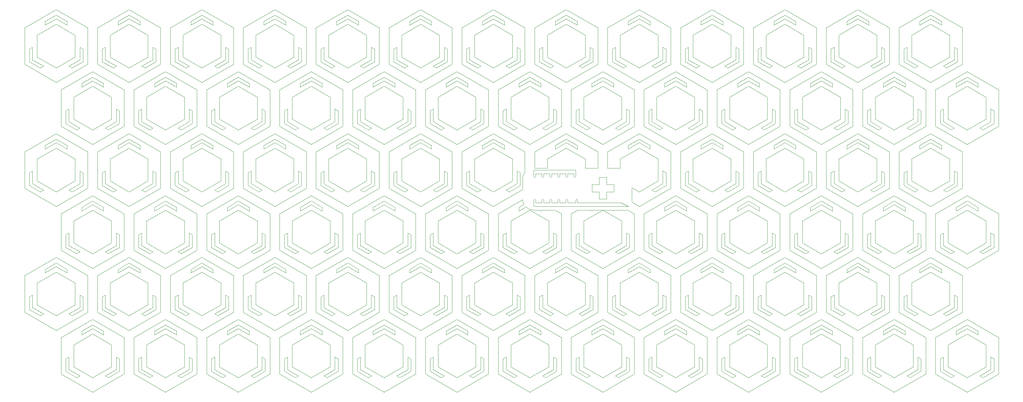
<source format=gto>
G04 #@! TF.GenerationSoftware,KiCad,Pcbnew,5.1.9+dfsg1-1+deb11u1*
G04 #@! TF.CreationDate,2023-07-13T21:36:33+09:00*
G04 #@! TF.ProjectId,test,74657374-2e6b-4696-9361-645f70636258,rev?*
G04 #@! TF.SameCoordinates,Original*
G04 #@! TF.FileFunction,Legend,Top*
G04 #@! TF.FilePolarity,Positive*
%FSLAX46Y46*%
G04 Gerber Fmt 4.6, Leading zero omitted, Abs format (unit mm)*
G04 Created by KiCad (PCBNEW 5.1.9+dfsg1-1+deb11u1) date 2023-07-13 21:36:33*
%MOMM*%
%LPD*%
G01*
G04 APERTURE LIST*
%ADD10C,0.100000*%
G04 APERTURE END LIST*
D10*
X202606300Y-154750000D02*
X193946000Y-149750000D01*
X170946000Y-153982100D02*
X173946000Y-152250000D01*
X173946000Y-152250000D02*
X176946000Y-153982100D01*
X176946000Y-153982100D02*
X176946000Y-152982100D01*
X176946000Y-152982100D02*
X173946000Y-151250000D01*
X117441190Y-97232050D02*
X118307220Y-97732050D01*
X118307220Y-97732050D02*
X121307220Y-96000000D01*
X121307220Y-96000000D02*
X121307220Y-92535900D01*
X121307220Y-92535900D02*
X120441191Y-92035900D01*
X179142200Y-156750000D02*
X179142200Y-162750000D01*
X173946000Y-153750000D02*
X179142200Y-156750000D01*
X168749800Y-156750000D02*
X173946000Y-153750000D01*
X168749800Y-162750000D02*
X168749800Y-156750000D01*
X170450800Y-165232100D02*
X167450800Y-163500000D01*
X98307200Y-97732050D02*
X101307200Y-96000000D01*
X101307200Y-96000000D02*
X101307200Y-92535900D01*
X101307200Y-92535900D02*
X100441200Y-92035900D01*
X146584800Y-96000000D02*
X149584800Y-97732050D01*
X149584800Y-97732050D02*
X150450800Y-97232050D01*
X162606300Y-96750000D02*
X162606300Y-86750000D01*
X153946000Y-101750000D02*
X162606300Y-96750000D01*
X156946000Y-85982100D02*
X156946000Y-84982100D01*
X156946000Y-84982100D02*
X153946000Y-83250000D01*
X153946000Y-83250000D02*
X150946000Y-84982100D01*
X150946000Y-84982100D02*
X150946000Y-85982100D01*
X73946000Y-153750000D02*
X79142200Y-156750000D01*
X68749800Y-156750000D02*
X73946000Y-153750000D01*
X68749800Y-162750000D02*
X68749800Y-156750000D01*
X80441200Y-160035900D02*
X80441200Y-163500000D01*
X80441200Y-163500000D02*
X77441200Y-165232100D01*
X296585000Y-143535900D02*
X296585000Y-147000000D01*
X296585000Y-147000000D02*
X299585000Y-148732100D01*
X299585000Y-148732100D02*
X300451000Y-148232100D01*
X312606000Y-147750000D02*
X312606000Y-137750000D01*
X303946000Y-152750000D02*
X312606000Y-147750000D01*
X295286000Y-147750000D02*
X303946000Y-152750000D01*
X295286000Y-137750000D02*
X295286000Y-147750000D01*
X303946000Y-132750000D02*
X295286000Y-137750000D01*
X312606000Y-137750000D02*
X303946000Y-132750000D01*
X290946000Y-153982100D02*
X293946000Y-152250000D01*
X293946000Y-152250000D02*
X296946000Y-153982100D01*
X296946000Y-153982100D02*
X296946000Y-152982100D01*
X296946000Y-152982100D02*
X293946000Y-151250000D01*
X293946000Y-151250000D02*
X290946000Y-152982100D01*
X290946000Y-152982100D02*
X290946000Y-153982100D01*
X293946000Y-165750000D02*
X288750000Y-162750000D01*
X299142000Y-162750000D02*
X293946000Y-165750000D01*
X299142000Y-156750000D02*
X299142000Y-162750000D01*
X293946000Y-153750000D02*
X299142000Y-156750000D01*
X288750000Y-156750000D02*
X293946000Y-153750000D01*
X288750000Y-162750000D02*
X288750000Y-156750000D01*
X129142150Y-105750000D02*
X129142150Y-111750000D01*
X123946000Y-102750000D02*
X129142150Y-105750000D01*
X118749850Y-105750000D02*
X123946000Y-102750000D01*
X118749850Y-111750000D02*
X118749850Y-105750000D01*
X130441200Y-109035900D02*
X130441200Y-112500000D01*
X130441200Y-112500000D02*
X127441190Y-114232100D01*
X127441190Y-114232100D02*
X128307219Y-114732100D01*
X128307219Y-114732100D02*
X131307200Y-113000000D01*
X131307200Y-113000000D02*
X131307200Y-109535900D01*
X131307200Y-109535900D02*
X130441200Y-109035900D01*
X120450808Y-114232100D02*
X117450810Y-112500000D01*
X117450810Y-112500000D02*
X117450810Y-109035900D01*
X117450810Y-109035900D02*
X116584780Y-109535900D01*
X116584780Y-109535900D02*
X116584780Y-113000000D01*
X116584780Y-113000000D02*
X119584784Y-114732100D01*
X119584784Y-114732100D02*
X120450808Y-114232100D01*
X132606300Y-113750000D02*
X132606300Y-103750000D01*
X123946000Y-118750000D02*
X132606300Y-113750000D01*
X115285750Y-113750000D02*
X123946000Y-118750000D01*
X115285750Y-103750000D02*
X115285750Y-113750000D01*
X123946000Y-98750000D02*
X115285750Y-103750000D01*
X132606300Y-103750000D02*
X123946000Y-98750000D01*
X100946000Y-102982051D02*
X103946000Y-101250000D01*
X103946000Y-101250000D02*
X106946000Y-102982051D01*
X106946000Y-102982051D02*
X106946000Y-101982050D01*
X106946000Y-101982050D02*
X103946000Y-100250000D01*
X103946000Y-100250000D02*
X100946000Y-101982050D01*
X100946000Y-101982050D02*
X100946000Y-102982051D01*
X103946000Y-114750000D02*
X98749800Y-111750000D01*
X109142200Y-111750000D02*
X103946000Y-114750000D01*
X109142200Y-105750000D02*
X109142200Y-111750000D01*
X103946000Y-102750000D02*
X109142200Y-105750000D01*
X98749800Y-105750000D02*
X103946000Y-102750000D01*
X98749800Y-111750000D02*
X98749800Y-105750000D01*
X110441190Y-109035900D02*
X110441190Y-112500000D01*
X110441190Y-112500000D02*
X107441200Y-114232100D01*
X107441200Y-114232100D02*
X108307200Y-114732100D01*
X108307200Y-114732100D02*
X111307220Y-113000000D01*
X111307220Y-113000000D02*
X111307220Y-109535900D01*
X111307220Y-109535900D02*
X110441190Y-109035900D01*
X100450800Y-114232100D02*
X97450800Y-112500000D01*
X97450800Y-112500000D02*
X97450800Y-109035900D01*
X97450800Y-109035900D02*
X96584800Y-109535900D01*
X96584800Y-109535900D02*
X96584800Y-113000000D01*
X96584800Y-113000000D02*
X99584800Y-114732100D01*
X99584800Y-114732100D02*
X100450800Y-114232100D01*
X112606250Y-113750000D02*
X112606250Y-103750000D01*
X103946000Y-118750000D02*
X112606250Y-113750000D01*
X95285700Y-113750000D02*
X103946000Y-118750000D01*
X95285700Y-103750000D02*
X95285700Y-113750000D01*
X103946000Y-98750000D02*
X95285700Y-103750000D01*
X112606250Y-103750000D02*
X103946000Y-98750000D01*
X80946000Y-102982051D02*
X83946000Y-101250000D01*
X83946000Y-101250000D02*
X86946000Y-102982051D01*
X86946000Y-102982051D02*
X86946000Y-101982050D01*
X86946000Y-101982050D02*
X83946000Y-100250000D01*
X83946000Y-100250000D02*
X80946000Y-101982050D01*
X80946000Y-101982050D02*
X80946000Y-102982051D01*
X83946000Y-114750000D02*
X78749800Y-111750000D01*
X89142200Y-111750000D02*
X83946000Y-114750000D01*
X89142200Y-105750000D02*
X89142200Y-111750000D01*
X83946000Y-102750000D02*
X89142200Y-105750000D01*
X78749800Y-105750000D02*
X83946000Y-102750000D01*
X78749800Y-111750000D02*
X78749800Y-105750000D01*
X90441200Y-109035900D02*
X90441200Y-112500000D01*
X90441200Y-112500000D02*
X87441200Y-114232100D01*
X87441200Y-114232100D02*
X88307200Y-114732100D01*
X88307200Y-114732100D02*
X91307200Y-113000000D01*
X91307200Y-113000000D02*
X91307200Y-109535900D01*
X91307200Y-109535900D02*
X90441200Y-109035900D01*
X80450800Y-114232100D02*
X77450800Y-112500000D01*
X77450800Y-112500000D02*
X77450800Y-109035900D01*
X77450800Y-109035900D02*
X76584800Y-109535900D01*
X76584800Y-109535900D02*
X76584800Y-113000000D01*
X76584800Y-113000000D02*
X79584800Y-114732100D01*
X79584800Y-114732100D02*
X80450800Y-114232100D01*
X92606300Y-113750000D02*
X92606300Y-103750000D01*
X83946000Y-118750000D02*
X92606300Y-113750000D01*
X75285700Y-113750000D02*
X83946000Y-118750000D01*
X75285700Y-103750000D02*
X75285700Y-113750000D01*
X83946000Y-98750000D02*
X75285700Y-103750000D01*
X92606300Y-103750000D02*
X83946000Y-98750000D01*
X60946000Y-102982051D02*
X63946000Y-101250000D01*
X63946000Y-101250000D02*
X66946000Y-102982051D01*
X66946000Y-102982051D02*
X66946000Y-101982050D01*
X66946000Y-101982050D02*
X63946000Y-100250000D01*
X63946000Y-100250000D02*
X60946000Y-101982050D01*
X60946000Y-101982050D02*
X60946000Y-102982051D01*
X63946000Y-114750000D02*
X58749800Y-111750000D01*
X69142200Y-111750000D02*
X63946000Y-114750000D01*
X69142200Y-105750000D02*
X69142200Y-111750000D01*
X63946000Y-102750000D02*
X69142200Y-105750000D01*
X58749800Y-105750000D02*
X63946000Y-102750000D01*
X58749800Y-111750000D02*
X58749800Y-105750000D01*
X70441200Y-109035900D02*
X70441200Y-112500000D01*
X70441200Y-112500000D02*
X67441200Y-114232100D01*
X67441200Y-114232100D02*
X68307200Y-114732100D01*
X68307200Y-114732100D02*
X71307200Y-113000000D01*
X71307200Y-113000000D02*
X71307200Y-109535900D01*
X71307200Y-109535900D02*
X70441200Y-109035900D01*
X60450800Y-114232100D02*
X57450800Y-112500000D01*
X57450800Y-112500000D02*
X57450800Y-109035900D01*
X57450800Y-109035900D02*
X56584800Y-109535900D01*
X56584800Y-109535900D02*
X56584800Y-113000000D01*
X56584800Y-113000000D02*
X59584800Y-114732100D01*
X59584800Y-114732100D02*
X60450800Y-114232100D01*
X72606300Y-113750000D02*
X72606300Y-103750000D01*
X63946000Y-118750000D02*
X72606300Y-113750000D01*
X55285700Y-113750000D02*
X63946000Y-118750000D01*
X55285700Y-103750000D02*
X55285700Y-113750000D01*
X63946000Y-98750000D02*
X55285700Y-103750000D01*
X72606300Y-103750000D02*
X63946000Y-98750000D01*
X300946000Y-102982051D02*
X303946000Y-101250000D01*
X303946000Y-101250000D02*
X306946000Y-102982051D01*
X306946000Y-102982051D02*
X306946000Y-101982050D01*
X306946000Y-101982050D02*
X303946000Y-100250000D01*
X303946000Y-100250000D02*
X300946000Y-101982050D01*
X300946000Y-101982050D02*
X300946000Y-102982051D01*
X310441000Y-109035900D02*
X310441000Y-112500000D01*
X310441000Y-112500000D02*
X307441000Y-114232100D01*
X307441000Y-114232100D02*
X308307000Y-114732100D01*
X308307000Y-114732100D02*
X311307000Y-113000000D01*
X311307000Y-113000000D02*
X311307000Y-109535900D01*
X311307000Y-109535900D02*
X310441000Y-109035900D01*
X303946000Y-114750000D02*
X298750000Y-111750000D01*
X309142000Y-111750000D02*
X303946000Y-114750000D01*
X309142000Y-105750000D02*
X309142000Y-111750000D01*
X303946000Y-102750000D02*
X309142000Y-105750000D01*
X298750000Y-105750000D02*
X303946000Y-102750000D01*
X298750000Y-111750000D02*
X298750000Y-105750000D01*
X300451000Y-114232100D02*
X297451000Y-112500000D01*
X297451000Y-112500000D02*
X297451000Y-109035900D01*
X297451000Y-109035900D02*
X296585000Y-109535900D01*
X296585000Y-109535900D02*
X296585000Y-113000000D01*
X296585000Y-113000000D02*
X299585000Y-114732100D01*
X299585000Y-114732100D02*
X300451000Y-114232100D01*
X312606000Y-113750000D02*
X312606000Y-103750000D01*
X303946000Y-118750000D02*
X312606000Y-113750000D01*
X295286000Y-113750000D02*
X303946000Y-118750000D01*
X295286000Y-103750000D02*
X295286000Y-113750000D01*
X303946000Y-98750000D02*
X295286000Y-103750000D01*
X312606000Y-103750000D02*
X303946000Y-98750000D01*
X290946000Y-119982100D02*
X293946000Y-118250000D01*
X293946000Y-118250000D02*
X296946000Y-119982100D01*
X296946000Y-119982100D02*
X296946000Y-118982100D01*
X296946000Y-118982100D02*
X293946000Y-117250000D01*
X293946000Y-117250000D02*
X290946000Y-118982100D01*
X290946000Y-118982100D02*
X290946000Y-119982100D01*
X300441000Y-126035900D02*
X300441000Y-129500000D01*
X300441000Y-129500000D02*
X297441000Y-131232100D01*
X297441000Y-131232100D02*
X298307000Y-131732100D01*
X298307000Y-131732100D02*
X301307000Y-130000000D01*
X301307000Y-130000000D02*
X301307000Y-126535900D01*
X301307000Y-126535900D02*
X300441000Y-126035900D01*
X293946000Y-131750000D02*
X288750000Y-128750000D01*
X299142000Y-128750000D02*
X293946000Y-131750000D01*
X299142000Y-122750000D02*
X299142000Y-128750000D01*
X293946000Y-119750000D02*
X299142000Y-122750000D01*
X288750000Y-122750000D02*
X293946000Y-119750000D01*
X288750000Y-128750000D02*
X288750000Y-122750000D01*
X290451000Y-131232100D02*
X287451000Y-129500000D01*
X287451000Y-129500000D02*
X287451000Y-126035900D01*
X287451000Y-126035900D02*
X286585000Y-126535900D01*
X286585000Y-126535900D02*
X286585000Y-130000000D01*
X286585000Y-130000000D02*
X289585000Y-131732100D01*
X289585000Y-131732100D02*
X290451000Y-131232100D01*
X302606000Y-130750000D02*
X302606000Y-120750000D01*
X293946000Y-135750000D02*
X302606000Y-130750000D01*
X285286000Y-130750000D02*
X293946000Y-135750000D01*
X285286000Y-120750000D02*
X285286000Y-130750000D01*
X293946000Y-115750000D02*
X285286000Y-120750000D01*
X302606000Y-120750000D02*
X293946000Y-115750000D01*
X270946000Y-119982100D02*
X273946000Y-118250000D01*
X273946000Y-118250000D02*
X276946000Y-119982100D01*
X276946000Y-119982100D02*
X276946000Y-118982100D01*
X276946000Y-118982100D02*
X273946000Y-117250000D01*
X273946000Y-117250000D02*
X270946000Y-118982100D01*
X270946000Y-118982100D02*
X270946000Y-119982100D01*
X280441000Y-126035900D02*
X280441000Y-129500000D01*
X280441000Y-129500000D02*
X277441000Y-131232100D01*
X277441000Y-131232100D02*
X278307000Y-131732100D01*
X278307000Y-131732100D02*
X281307000Y-130000000D01*
X281307000Y-130000000D02*
X281307000Y-126535900D01*
X281307000Y-126535900D02*
X280441000Y-126035900D01*
X273946000Y-131750000D02*
X268750000Y-128750000D01*
X279142000Y-128750000D02*
X273946000Y-131750000D01*
X279142000Y-122750000D02*
X279142000Y-128750000D01*
X273946000Y-119750000D02*
X279142000Y-122750000D01*
X268750000Y-122750000D02*
X273946000Y-119750000D01*
X268750000Y-128750000D02*
X268750000Y-122750000D01*
X270451000Y-131232100D02*
X267451000Y-129500000D01*
X267451000Y-129500000D02*
X267451000Y-126035900D01*
X267451000Y-126035900D02*
X266585000Y-126535900D01*
X266585000Y-126535900D02*
X266585000Y-130000000D01*
X266585000Y-130000000D02*
X269585000Y-131732100D01*
X269585000Y-131732100D02*
X270451000Y-131232100D01*
X282606000Y-130750000D02*
X282606000Y-120750000D01*
X273946000Y-135750000D02*
X282606000Y-130750000D01*
X265286000Y-130750000D02*
X273946000Y-135750000D01*
X265286000Y-120750000D02*
X265286000Y-130750000D01*
X273946000Y-115750000D02*
X265286000Y-120750000D01*
X282606000Y-120750000D02*
X273946000Y-115750000D01*
X250946000Y-119982100D02*
X253946000Y-118250000D01*
X253946000Y-118250000D02*
X256946000Y-119982100D01*
X256946000Y-119982100D02*
X256946000Y-118982100D01*
X256946000Y-118982100D02*
X253946000Y-117250000D01*
X253946000Y-117250000D02*
X250946000Y-118982100D01*
X250946000Y-118982100D02*
X250946000Y-119982100D01*
X260441000Y-126035900D02*
X260441000Y-129500000D01*
X260441000Y-129500000D02*
X257441000Y-131232100D01*
X257441000Y-131232100D02*
X258307000Y-131732100D01*
X258307000Y-131732100D02*
X261307000Y-130000000D01*
X261307000Y-130000000D02*
X261307000Y-126535900D01*
X261307000Y-126535900D02*
X260441000Y-126035900D01*
X253946000Y-131750000D02*
X248750000Y-128750000D01*
X259142000Y-128750000D02*
X253946000Y-131750000D01*
X259142000Y-122750000D02*
X259142000Y-128750000D01*
X253946000Y-119750000D02*
X259142000Y-122750000D01*
X248750000Y-122750000D02*
X253946000Y-119750000D01*
X248750000Y-128750000D02*
X248750000Y-122750000D01*
X250451000Y-131232100D02*
X247451000Y-129500000D01*
X247451000Y-129500000D02*
X247451000Y-126035900D01*
X247451000Y-126035900D02*
X246585000Y-126535900D01*
X246585000Y-126535900D02*
X246585000Y-130000000D01*
X246585000Y-130000000D02*
X249585000Y-131732100D01*
X249585000Y-131732100D02*
X250451000Y-131232100D01*
X262606000Y-130750000D02*
X262606000Y-120750000D01*
X253946000Y-135750000D02*
X262606000Y-130750000D01*
X245286000Y-130750000D02*
X253946000Y-135750000D01*
X245286000Y-120750000D02*
X245286000Y-130750000D01*
X253946000Y-115750000D02*
X245286000Y-120750000D01*
X262606000Y-120750000D02*
X253946000Y-115750000D01*
X230946000Y-119982100D02*
X233946000Y-118250000D01*
X233946000Y-118250000D02*
X236946000Y-119982100D01*
X236946000Y-119982100D02*
X236946000Y-118982100D01*
X236946000Y-118982100D02*
X233946000Y-117250000D01*
X233946000Y-117250000D02*
X230946000Y-118982100D01*
X230946000Y-118982100D02*
X230946000Y-119982100D01*
X240441000Y-126035900D02*
X240441000Y-129500000D01*
X240441000Y-129500000D02*
X237441000Y-131232100D01*
X237441000Y-131232100D02*
X238307000Y-131732100D01*
X238307000Y-131732100D02*
X241307000Y-130000000D01*
X241307000Y-130000000D02*
X241307000Y-126535900D01*
X241307000Y-126535900D02*
X240441000Y-126035900D01*
X233946000Y-131750000D02*
X228750000Y-128750000D01*
X239142000Y-128750000D02*
X233946000Y-131750000D01*
X239142000Y-122750000D02*
X239142000Y-128750000D01*
X233946000Y-119750000D02*
X239142000Y-122750000D01*
X228750000Y-122750000D02*
X233946000Y-119750000D01*
X228750000Y-128750000D02*
X228750000Y-122750000D01*
X230451000Y-131232100D02*
X227451000Y-129500000D01*
X227451000Y-129500000D02*
X227451000Y-126035900D01*
X227451000Y-126035900D02*
X226585000Y-126535900D01*
X226585000Y-126535900D02*
X226585000Y-130000000D01*
X226585000Y-130000000D02*
X229585000Y-131732100D01*
X229585000Y-131732100D02*
X230451000Y-131232100D01*
X242606000Y-130750000D02*
X242606000Y-120750000D01*
X233946000Y-135750000D02*
X242606000Y-130750000D01*
X225286000Y-130750000D02*
X233946000Y-135750000D01*
X225286000Y-120750000D02*
X225286000Y-130750000D01*
X233946000Y-115750000D02*
X225286000Y-120750000D01*
X242606000Y-120750000D02*
X233946000Y-115750000D01*
X208749800Y-128750000D02*
X208749800Y-122750000D01*
X213946000Y-131750000D02*
X208749800Y-128750000D01*
X219142200Y-128750000D02*
X213946000Y-131750000D01*
X219142200Y-122750000D02*
X219142200Y-128750000D01*
X213946000Y-119750000D02*
X219142200Y-122750000D01*
X208749800Y-122750000D02*
X213946000Y-119750000D01*
X220441000Y-126035900D02*
X220441000Y-129500000D01*
X220441000Y-129500000D02*
X217441200Y-131232100D01*
X217441200Y-131232100D02*
X218307200Y-131732100D01*
X218307200Y-131732100D02*
X221307000Y-130000000D01*
X221307000Y-130000000D02*
X221307000Y-126535900D01*
X221307000Y-126535900D02*
X220441000Y-126035900D01*
X210450800Y-131232100D02*
X207450800Y-129500000D01*
X207450800Y-129500000D02*
X207450800Y-126035900D01*
X207450800Y-126035900D02*
X206584800Y-126535900D01*
X206584800Y-126535900D02*
X206584800Y-130000000D01*
X206584800Y-130000000D02*
X209584800Y-131732100D01*
X209584800Y-131732100D02*
X210450800Y-131232100D01*
X210946000Y-119750000D02*
X210946000Y-119982100D01*
X210946000Y-119982100D02*
X211347900Y-119750000D01*
X211347900Y-119750000D02*
X213946000Y-119750000D01*
X213946000Y-119750000D02*
X216544100Y-119750000D01*
X216544100Y-119750000D02*
X216946000Y-119982100D01*
X216946000Y-119982100D02*
X216946000Y-119750000D01*
X216946000Y-119750000D02*
X220874000Y-119750000D01*
X222606000Y-120750000D02*
X220874000Y-119750000D01*
X222606000Y-130750000D02*
X222606000Y-120750000D01*
X213946000Y-135750000D02*
X222606000Y-130750000D01*
X205285700Y-130750000D02*
X213946000Y-135750000D01*
X205285700Y-120750000D02*
X205285700Y-130750000D01*
X207017800Y-119750000D02*
X205285700Y-120750000D01*
X207017800Y-119750000D02*
X210946000Y-119750000D01*
X193946000Y-131750000D02*
X188749800Y-128750000D01*
X199142200Y-128750000D02*
X193946000Y-131750000D01*
X199142200Y-122750000D02*
X199142200Y-128750000D01*
X193946000Y-119750000D02*
X199142200Y-122750000D01*
X188749800Y-122750000D02*
X193946000Y-119750000D01*
X188749800Y-128750000D02*
X188749800Y-122750000D01*
X200441200Y-126035900D02*
X200441200Y-129500000D01*
X200441200Y-129500000D02*
X197441200Y-131232100D01*
X197441200Y-131232100D02*
X198307200Y-131732100D01*
X198307200Y-131732100D02*
X201307200Y-130000000D01*
X201307200Y-130000000D02*
X201307200Y-126535900D01*
X201307200Y-126535900D02*
X200441200Y-126035900D01*
X190450800Y-131232100D02*
X187450800Y-129500000D01*
X187450800Y-129500000D02*
X187450800Y-126035900D01*
X187450800Y-126035900D02*
X186584800Y-126535900D01*
X186584800Y-126535900D02*
X186584800Y-130000000D01*
X186584800Y-130000000D02*
X189584800Y-131732100D01*
X189584800Y-131732100D02*
X190450800Y-131232100D01*
X192315100Y-118191600D02*
X190946000Y-118982100D01*
X190946000Y-118982100D02*
X190946000Y-119982100D01*
X190946000Y-119982100D02*
X192841300Y-118887800D01*
X194945999Y-119750000D02*
G75*
G02*
X192841293Y-118887805I1J3000000D01*
G01*
X194946000Y-119750000D02*
X196544100Y-119750000D01*
X196544100Y-119750000D02*
X196946000Y-119982100D01*
X196946000Y-119982100D02*
X196946000Y-119750000D01*
X196946000Y-119750000D02*
X200874200Y-119750000D01*
X202606300Y-120750000D02*
X200874200Y-119750000D01*
X202606300Y-130750000D02*
X202606300Y-120750000D01*
X193946000Y-135750000D02*
X202606300Y-130750000D01*
X185285699Y-130750000D02*
X193946000Y-135750000D01*
X185285699Y-120750000D02*
X185285699Y-130750000D01*
X191949900Y-116902500D02*
X185285699Y-120750000D01*
X192315089Y-118191634D02*
G75*
G02*
X191949876Y-116902458I2630911J1441634D01*
G01*
X170946000Y-119982100D02*
X173946000Y-118250000D01*
X173946000Y-118250000D02*
X176946000Y-119982100D01*
X176946000Y-119982100D02*
X176946000Y-118982100D01*
X176946000Y-118982100D02*
X173946000Y-117250000D01*
X173946000Y-117250000D02*
X170946000Y-118982100D01*
X170946000Y-118982100D02*
X170946000Y-119982100D01*
X173946000Y-131750000D02*
X168749800Y-128750000D01*
X179142200Y-128750000D02*
X173946000Y-131750000D01*
X179142200Y-122750000D02*
X179142200Y-128750000D01*
X173946000Y-119750000D02*
X179142200Y-122750000D01*
X168749800Y-122750000D02*
X173946000Y-119750000D01*
X168749800Y-128750000D02*
X168749800Y-122750000D01*
X180441200Y-126035900D02*
X180441200Y-129500000D01*
X180441200Y-129500000D02*
X177441200Y-131232100D01*
X177441200Y-131232100D02*
X178307200Y-131732100D01*
X178307200Y-131732100D02*
X181307200Y-130000000D01*
X181307200Y-130000000D02*
X181307200Y-126535900D01*
X181307200Y-126535900D02*
X180441200Y-126035900D01*
X170450800Y-131232100D02*
X167450800Y-129500000D01*
X167450800Y-129500000D02*
X167450800Y-126035900D01*
X167450800Y-126035900D02*
X166584800Y-126535900D01*
X166584800Y-126535900D02*
X166584800Y-130000000D01*
X166584800Y-130000000D02*
X169584800Y-131732100D01*
X169584800Y-131732100D02*
X170450800Y-131232100D01*
X182606300Y-130750000D02*
X182606300Y-120750000D01*
X173946000Y-135750000D02*
X182606300Y-130750000D01*
X165285700Y-130750000D02*
X173946000Y-135750000D01*
X165285700Y-120750000D02*
X165285700Y-130750000D01*
X173946000Y-115750000D02*
X165285700Y-120750000D01*
X182606300Y-120750000D02*
X173946000Y-115750000D01*
X150946000Y-119982100D02*
X153946000Y-118250000D01*
X153946000Y-118250000D02*
X156946000Y-119982100D01*
X156946000Y-119982100D02*
X156946000Y-118982100D01*
X156946000Y-118982100D02*
X153946000Y-117250000D01*
X153946000Y-117250000D02*
X150946000Y-118982100D01*
X150946000Y-118982100D02*
X150946000Y-119982100D01*
X153946000Y-131750000D02*
X148749800Y-128750000D01*
X159142200Y-128750000D02*
X153946000Y-131750000D01*
X159142200Y-122750000D02*
X159142200Y-128750000D01*
X153946000Y-119750000D02*
X159142200Y-122750000D01*
X148749800Y-122750000D02*
X153946000Y-119750000D01*
X148749800Y-128750000D02*
X148749800Y-122750000D01*
X160441200Y-126035900D02*
X160441200Y-129500000D01*
X160441200Y-129500000D02*
X157441200Y-131232100D01*
X157441200Y-131232100D02*
X158307200Y-131732100D01*
X158307200Y-131732100D02*
X161307200Y-130000000D01*
X161307200Y-130000000D02*
X161307200Y-126535900D01*
X161307200Y-126535900D02*
X160441200Y-126035900D01*
X150450800Y-131232100D02*
X147450800Y-129500000D01*
X147450800Y-129500000D02*
X147450800Y-126035900D01*
X147450800Y-126035900D02*
X146584800Y-126535900D01*
X146584800Y-126535900D02*
X146584800Y-130000000D01*
X146584800Y-130000000D02*
X149584800Y-131732100D01*
X149584800Y-131732100D02*
X150450800Y-131232100D01*
X162606300Y-130750000D02*
X162606300Y-120750000D01*
X153946000Y-135750000D02*
X162606300Y-130750000D01*
X145285700Y-130750000D02*
X153946000Y-135750000D01*
X145285700Y-120750000D02*
X145285700Y-130750000D01*
X153946000Y-115750000D02*
X145285700Y-120750000D01*
X162606300Y-120750000D02*
X153946000Y-115750000D01*
X130946000Y-119982100D02*
X133946000Y-118250000D01*
X133946000Y-118250000D02*
X136946000Y-119982100D01*
X136946000Y-119982100D02*
X136946000Y-118982100D01*
X136946000Y-118982100D02*
X133946000Y-117250000D01*
X133946000Y-117250000D02*
X130946000Y-118982100D01*
X130946000Y-118982100D02*
X130946000Y-119982100D01*
X140441200Y-126035900D02*
X140441200Y-129500000D01*
X140441200Y-129500000D02*
X137441200Y-131232100D01*
X137441200Y-131232100D02*
X138307200Y-131732100D01*
X138307200Y-131732100D02*
X141307200Y-130000000D01*
X141307200Y-130000000D02*
X141307200Y-126535900D01*
X141307200Y-126535900D02*
X140441200Y-126035900D01*
X133946000Y-131750000D02*
X128749850Y-128750000D01*
X139142200Y-128750000D02*
X133946000Y-131750000D01*
X139142200Y-122750000D02*
X139142200Y-128750000D01*
X133946000Y-119750000D02*
X139142200Y-122750000D01*
X128749850Y-122750000D02*
X133946000Y-119750000D01*
X128749850Y-128750000D02*
X128749850Y-122750000D01*
X130450800Y-131232100D02*
X127450810Y-129500000D01*
X127450810Y-129500000D02*
X127450810Y-126035900D01*
X127450810Y-126035900D02*
X126584780Y-126535900D01*
X126584780Y-126535900D02*
X126584780Y-130000000D01*
X126584780Y-130000000D02*
X129584780Y-131732100D01*
X129584780Y-131732100D02*
X130450800Y-131232100D01*
X142606300Y-130750000D02*
X142606300Y-120750000D01*
X133946000Y-135750000D02*
X142606300Y-130750000D01*
X125285750Y-130750000D02*
X133946000Y-135750000D01*
X125285750Y-120750000D02*
X125285750Y-130750000D01*
X133946000Y-115750000D02*
X125285750Y-120750000D01*
X142606300Y-120750000D02*
X133946000Y-115750000D01*
X110946000Y-119982100D02*
X113946000Y-118250000D01*
X113946000Y-118250000D02*
X116946000Y-119982100D01*
X116946000Y-119982100D02*
X116946000Y-118982100D01*
X116946000Y-118982100D02*
X113946000Y-117250000D01*
X113946000Y-117250000D02*
X110946000Y-118982100D01*
X110946000Y-118982100D02*
X110946000Y-119982100D01*
X113946000Y-131750000D02*
X108749800Y-128750000D01*
X119142152Y-128750000D02*
X113946000Y-131750000D01*
X119142152Y-122750000D02*
X119142152Y-128750000D01*
X113946000Y-119750000D02*
X119142152Y-122750000D01*
X108749800Y-122750000D02*
X113946000Y-119750000D01*
X108749800Y-128750000D02*
X108749800Y-122750000D01*
X120441191Y-126035900D02*
X120441191Y-129500000D01*
X120441191Y-129500000D02*
X117441190Y-131232100D01*
X117441190Y-131232100D02*
X118307220Y-131732100D01*
X118307220Y-131732100D02*
X121307220Y-130000000D01*
X121307220Y-130000000D02*
X121307220Y-126535900D01*
X121307220Y-126535900D02*
X120441191Y-126035900D01*
X110450810Y-131232100D02*
X107450800Y-129500000D01*
X107450800Y-129500000D02*
X107450800Y-126035900D01*
X107450800Y-126035900D02*
X106584800Y-126535900D01*
X106584800Y-126535900D02*
X106584800Y-130000000D01*
X106584800Y-130000000D02*
X109584800Y-131732100D01*
X109584800Y-131732100D02*
X110450810Y-131232100D01*
X122606250Y-130750000D02*
X122606250Y-120750000D01*
X113946000Y-135750000D02*
X122606250Y-130750000D01*
X105285700Y-130750000D02*
X113946000Y-135750000D01*
X105285700Y-120750000D02*
X105285700Y-130750000D01*
X113946000Y-115750000D02*
X105285700Y-120750000D01*
X122606250Y-120750000D02*
X113946000Y-115750000D01*
X90946000Y-119982100D02*
X93946000Y-118250000D01*
X93946000Y-118250000D02*
X96946000Y-119982100D01*
X96946000Y-119982100D02*
X96946000Y-118982100D01*
X96946000Y-118982100D02*
X93946000Y-117250000D01*
X93946000Y-117250000D02*
X90946000Y-118982100D01*
X90946000Y-118982100D02*
X90946000Y-119982100D01*
X100441200Y-126035900D02*
X100441200Y-129500000D01*
X100441200Y-129500000D02*
X97441200Y-131232100D01*
X97441200Y-131232100D02*
X98307200Y-131732100D01*
X98307200Y-131732100D02*
X101307200Y-130000000D01*
X101307200Y-130000000D02*
X101307200Y-126535900D01*
X101307200Y-126535900D02*
X100441200Y-126035900D01*
X93946000Y-131750000D02*
X88749800Y-128750000D01*
X99142200Y-128750000D02*
X93946000Y-131750000D01*
X99142200Y-122750000D02*
X99142200Y-128750000D01*
X93946000Y-119750000D02*
X99142200Y-122750000D01*
X88749800Y-122750000D02*
X93946000Y-119750000D01*
X88749800Y-128750000D02*
X88749800Y-122750000D01*
X90450800Y-131232100D02*
X87450801Y-129500000D01*
X87450801Y-129500000D02*
X87450801Y-126035900D01*
X87450801Y-126035900D02*
X86584801Y-126535900D01*
X86584801Y-126535900D02*
X86584801Y-130000000D01*
X86584801Y-130000000D02*
X89584800Y-131732100D01*
X89584800Y-131732100D02*
X90450800Y-131232100D01*
X102606300Y-130750000D02*
X102606300Y-120750000D01*
X93946000Y-135750000D02*
X102606300Y-130750000D01*
X85285700Y-130750000D02*
X93946000Y-135750000D01*
X85285700Y-120750000D02*
X85285700Y-130750000D01*
X93946000Y-115750000D02*
X85285700Y-120750000D01*
X102606300Y-120750000D02*
X93946000Y-115750000D01*
X70946000Y-119982100D02*
X73946000Y-118250000D01*
X73946000Y-118250000D02*
X76946000Y-119982100D01*
X76946000Y-119982100D02*
X76946000Y-118982100D01*
X76946000Y-118982100D02*
X73946000Y-117250000D01*
X73946000Y-117250000D02*
X70946000Y-118982100D01*
X70946000Y-118982100D02*
X70946000Y-119982100D01*
X80441200Y-126035900D02*
X80441200Y-129500000D01*
X80441200Y-129500000D02*
X77441200Y-131232100D01*
X77441200Y-131232100D02*
X78307200Y-131732100D01*
X78307200Y-131732100D02*
X81307200Y-130000000D01*
X81307200Y-130000000D02*
X81307200Y-126535900D01*
X81307200Y-126535900D02*
X80441200Y-126035900D01*
X73946000Y-131750000D02*
X68749800Y-128750000D01*
X79142200Y-128750000D02*
X73946000Y-131750000D01*
X79142200Y-122750000D02*
X79142200Y-128750000D01*
X73946000Y-119750000D02*
X79142200Y-122750000D01*
X68749800Y-122750000D02*
X73946000Y-119750000D01*
X68749800Y-128750000D02*
X68749800Y-122750000D01*
X70450800Y-131232100D02*
X67450800Y-129500000D01*
X67450800Y-129500000D02*
X67450800Y-126035900D01*
X67450800Y-126035900D02*
X66584800Y-126535900D01*
X66584800Y-126535900D02*
X66584800Y-130000000D01*
X66584800Y-130000000D02*
X69584800Y-131732100D01*
X69584800Y-131732100D02*
X70450800Y-131232100D01*
X82606300Y-130750000D02*
X82606300Y-120750000D01*
X73946000Y-135750000D02*
X82606300Y-130750000D01*
X65285700Y-130750000D02*
X73946000Y-135750000D01*
X65285700Y-120750000D02*
X65285700Y-130750000D01*
X73946000Y-115750000D02*
X65285700Y-120750000D01*
X82606300Y-120750000D02*
X73946000Y-115750000D01*
X310946000Y-119982100D02*
X313946000Y-118250000D01*
X313946000Y-118250000D02*
X316946000Y-119982100D01*
X316946000Y-119982100D02*
X316946000Y-118982100D01*
X316946000Y-118982100D02*
X313946000Y-117250000D01*
X313946000Y-117250000D02*
X310946000Y-118982100D01*
X310946000Y-118982100D02*
X310946000Y-119982100D01*
X313946000Y-131750000D02*
X308750000Y-128750000D01*
X319142000Y-128750000D02*
X313946000Y-131750000D01*
X319142000Y-122750000D02*
X319142000Y-128750000D01*
X313946000Y-119750000D02*
X319142000Y-122750000D01*
X308750000Y-122750000D02*
X313946000Y-119750000D01*
X308750000Y-128750000D02*
X308750000Y-122750000D01*
X320441000Y-126035900D02*
X320441000Y-129500000D01*
X320441000Y-129500000D02*
X317441000Y-131232100D01*
X317441000Y-131232100D02*
X318307000Y-131732100D01*
X318307000Y-131732100D02*
X321307000Y-130000000D01*
X321307000Y-130000000D02*
X321307000Y-126535900D01*
X321307000Y-126535900D02*
X320441000Y-126035900D01*
X310451000Y-131232100D02*
X307451000Y-129500000D01*
X307451000Y-129500000D02*
X307451000Y-126035900D01*
X307451000Y-126035900D02*
X306585000Y-126535900D01*
X306585000Y-126535900D02*
X306585000Y-130000000D01*
X306585000Y-130000000D02*
X309585000Y-131732100D01*
X309585000Y-131732100D02*
X310451000Y-131232100D01*
X322606000Y-130750000D02*
X322606000Y-120750000D01*
X313946000Y-135750000D02*
X322606000Y-130750000D01*
X305286000Y-130750000D02*
X313946000Y-135750000D01*
X305286000Y-120750000D02*
X305286000Y-130750000D01*
X313946000Y-115750000D02*
X305286000Y-120750000D01*
X322606000Y-120750000D02*
X313946000Y-115750000D01*
X280946000Y-136982100D02*
X283946000Y-135250000D01*
X283946000Y-135250000D02*
X286946000Y-136982100D01*
X286946000Y-136982100D02*
X286946000Y-135982100D01*
X286946000Y-135982100D02*
X283946000Y-134250000D01*
X283946000Y-134250000D02*
X280946000Y-135982100D01*
X280946000Y-135982100D02*
X280946000Y-136982100D01*
X290441000Y-143035900D02*
X290441000Y-146500000D01*
X290441000Y-146500000D02*
X287441000Y-148232100D01*
X287441000Y-148232100D02*
X288307000Y-148732100D01*
X288307000Y-148732100D02*
X291307000Y-147000000D01*
X291307000Y-147000000D02*
X291307000Y-143535900D01*
X291307000Y-143535900D02*
X290441000Y-143035900D01*
X283946000Y-148750000D02*
X278750000Y-145750000D01*
X289142000Y-145750000D02*
X283946000Y-148750000D01*
X289142000Y-139750000D02*
X289142000Y-145750000D01*
X283946000Y-136750000D02*
X289142000Y-139750000D01*
X278750000Y-139750000D02*
X283946000Y-136750000D01*
X278750000Y-145750000D02*
X278750000Y-139750000D01*
X280451000Y-148232100D02*
X277451000Y-146500000D01*
X277451000Y-146500000D02*
X277451000Y-143035900D01*
X277451000Y-143035900D02*
X276585000Y-143535900D01*
X276585000Y-143535900D02*
X276585000Y-147000000D01*
X276585000Y-147000000D02*
X279585000Y-148732100D01*
X279585000Y-148732100D02*
X280451000Y-148232100D01*
X292606000Y-147750000D02*
X292606000Y-137750000D01*
X283946000Y-152750000D02*
X292606000Y-147750000D01*
X275286000Y-147750000D02*
X283946000Y-152750000D01*
X275286000Y-137750000D02*
X275286000Y-147750000D01*
X283946000Y-132750000D02*
X275286000Y-137750000D01*
X292606000Y-137750000D02*
X283946000Y-132750000D01*
X260946000Y-136982100D02*
X263946000Y-135250000D01*
X263946000Y-135250000D02*
X266946000Y-136982100D01*
X266946000Y-136982100D02*
X266946000Y-135982100D01*
X266946000Y-135982100D02*
X263946000Y-134250000D01*
X263946000Y-134250000D02*
X260946000Y-135982100D01*
X260946000Y-135982100D02*
X260946000Y-136982100D01*
X270441000Y-143035900D02*
X270441000Y-146500000D01*
X270441000Y-146500000D02*
X267441000Y-148232100D01*
X267441000Y-148232100D02*
X268307000Y-148732100D01*
X268307000Y-148732100D02*
X271307000Y-147000000D01*
X271307000Y-147000000D02*
X271307000Y-143535900D01*
X271307000Y-143535900D02*
X270441000Y-143035900D01*
X263946000Y-148750000D02*
X258750000Y-145750000D01*
X269142000Y-145750000D02*
X263946000Y-148750000D01*
X269142000Y-139750000D02*
X269142000Y-145750000D01*
X263946000Y-136750000D02*
X269142000Y-139750000D01*
X258750000Y-139750000D02*
X263946000Y-136750000D01*
X258750000Y-145750000D02*
X258750000Y-139750000D01*
X260451000Y-148232100D02*
X257451000Y-146500000D01*
X257451000Y-146500000D02*
X257451000Y-143035900D01*
X257451000Y-143035900D02*
X256585000Y-143535900D01*
X256585000Y-143535900D02*
X256585000Y-147000000D01*
X256585000Y-147000000D02*
X259585000Y-148732100D01*
X259585000Y-148732100D02*
X260451000Y-148232100D01*
X272606000Y-147750000D02*
X272606000Y-137750000D01*
X263946000Y-152750000D02*
X272606000Y-147750000D01*
X255286000Y-147750000D02*
X263946000Y-152750000D01*
X255286000Y-137750000D02*
X255286000Y-147750000D01*
X263946000Y-132750000D02*
X255286000Y-137750000D01*
X272606000Y-137750000D02*
X263946000Y-132750000D01*
X240946000Y-136982100D02*
X243946000Y-135250000D01*
X243946000Y-135250000D02*
X246946000Y-136982100D01*
X246946000Y-136982100D02*
X246946000Y-135982100D01*
X246946000Y-135982100D02*
X243946000Y-134250000D01*
X243946000Y-134250000D02*
X240946000Y-135982100D01*
X240946000Y-135982100D02*
X240946000Y-136982100D01*
X250441000Y-143035900D02*
X250441000Y-146500000D01*
X250441000Y-146500000D02*
X247441000Y-148232100D01*
X247441000Y-148232100D02*
X248306999Y-148732100D01*
X248306999Y-148732100D02*
X251306999Y-147000000D01*
X251306999Y-147000000D02*
X251306999Y-143535900D01*
X251306999Y-143535900D02*
X250441000Y-143035900D01*
X243946000Y-148750000D02*
X238750000Y-145750000D01*
X249142000Y-145750000D02*
X243946000Y-148750000D01*
X249142000Y-139750000D02*
X249142000Y-145750000D01*
X243946000Y-136750000D02*
X249142000Y-139750000D01*
X238750000Y-139750000D02*
X243946000Y-136750000D01*
X238750000Y-145750000D02*
X238750000Y-139750000D01*
X240451000Y-148232100D02*
X237451000Y-146500000D01*
X237451000Y-146500000D02*
X237451000Y-143035900D01*
X237451000Y-143035900D02*
X236585000Y-143535900D01*
X236585000Y-143535900D02*
X236585000Y-147000000D01*
X236585000Y-147000000D02*
X239585000Y-148732100D01*
X239585000Y-148732100D02*
X240451000Y-148232100D01*
X252606000Y-147750000D02*
X252606000Y-137750000D01*
X243946000Y-152750000D02*
X252606000Y-147750000D01*
X235286000Y-147750000D02*
X243946000Y-152750000D01*
X235286000Y-137750000D02*
X235286000Y-147750000D01*
X243946000Y-132750000D02*
X235286000Y-137750000D01*
X252606000Y-137750000D02*
X243946000Y-132750000D01*
X220946000Y-136982100D02*
X223946000Y-135250000D01*
X223946000Y-135250000D02*
X226946000Y-136982100D01*
X226946000Y-136982100D02*
X226946000Y-135982100D01*
X226946000Y-135982100D02*
X223946000Y-134250000D01*
X223946000Y-134250000D02*
X220946000Y-135982100D01*
X220946000Y-135982100D02*
X220946000Y-136982100D01*
X223946000Y-148750000D02*
X218749800Y-145750000D01*
X229142000Y-145750000D02*
X223946000Y-148750000D01*
X229142000Y-139750000D02*
X229142000Y-145750000D01*
X223946000Y-136750000D02*
X229142000Y-139750000D01*
X218749800Y-139750000D02*
X223946000Y-136750000D01*
X218749800Y-145750000D02*
X218749800Y-139750000D01*
X230441000Y-143035900D02*
X230441000Y-146500000D01*
X230441000Y-146500000D02*
X227441000Y-148232100D01*
X227441000Y-148232100D02*
X228307000Y-148732100D01*
X228307000Y-148732100D02*
X231307000Y-147000000D01*
X231307000Y-147000000D02*
X231307000Y-143535900D01*
X231307000Y-143535900D02*
X230441000Y-143035900D01*
X220451000Y-148232100D02*
X217450800Y-146500000D01*
X217450800Y-146500000D02*
X217450800Y-143035900D01*
X217450800Y-143035900D02*
X216584800Y-143535900D01*
X216584800Y-143535900D02*
X216584800Y-147000000D01*
X216584800Y-147000000D02*
X219584800Y-148732100D01*
X219584800Y-148732100D02*
X220451000Y-148232100D01*
X232606000Y-147750000D02*
X232606000Y-137750000D01*
X223946000Y-152750000D02*
X232606000Y-147750000D01*
X215285700Y-147750000D02*
X223946000Y-152750000D01*
X215285700Y-137750000D02*
X215285700Y-147750000D01*
X223946000Y-132750000D02*
X215285700Y-137750000D01*
X232606000Y-137750000D02*
X223946000Y-132750000D01*
X200946000Y-136982100D02*
X203946000Y-135250000D01*
X203946000Y-135250000D02*
X206946000Y-136982100D01*
X206946000Y-136982100D02*
X206946000Y-135982100D01*
X206946000Y-135982100D02*
X203946000Y-134250000D01*
X203946000Y-134250000D02*
X200946000Y-135982100D01*
X200946000Y-135982100D02*
X200946000Y-136982100D01*
X210441200Y-143035900D02*
X210441200Y-146500000D01*
X210441200Y-146500000D02*
X207441200Y-148232100D01*
X207441200Y-148232100D02*
X208307200Y-148732100D01*
X208307200Y-148732100D02*
X211307200Y-147000000D01*
X211307200Y-147000000D02*
X211307200Y-143535900D01*
X211307200Y-143535900D02*
X210441200Y-143035900D01*
X203946000Y-148750000D02*
X198749800Y-145750000D01*
X209142200Y-145750000D02*
X203946000Y-148750000D01*
X209142200Y-139750000D02*
X209142200Y-145750000D01*
X203946000Y-136750000D02*
X209142200Y-139750000D01*
X198749800Y-139750000D02*
X203946000Y-136750000D01*
X198749800Y-145750000D02*
X198749800Y-139750000D01*
X200450800Y-148232100D02*
X197450800Y-146500000D01*
X197450800Y-146500000D02*
X197450800Y-143035900D01*
X197450800Y-143035900D02*
X196584800Y-143535900D01*
X196584800Y-143535900D02*
X196584800Y-147000000D01*
X196584800Y-147000000D02*
X199584800Y-148732100D01*
X199584800Y-148732100D02*
X200450800Y-148232100D01*
X212606300Y-147750000D02*
X212606300Y-137750000D01*
X203946000Y-152750000D02*
X212606300Y-147750000D01*
X195285700Y-147750000D02*
X203946000Y-152750000D01*
X195285700Y-137750000D02*
X195285700Y-147750000D01*
X203946000Y-132750000D02*
X195285700Y-137750000D01*
X212606300Y-137750000D02*
X203946000Y-132750000D01*
X180946000Y-136982100D02*
X183946000Y-135250000D01*
X183946000Y-135250000D02*
X186946000Y-136982100D01*
X186946000Y-136982100D02*
X186946000Y-135982100D01*
X186946000Y-135982100D02*
X183946000Y-134250000D01*
X183946000Y-134250000D02*
X180946000Y-135982100D01*
X180946000Y-135982100D02*
X180946000Y-136982100D01*
X190441200Y-143035900D02*
X190441200Y-146500000D01*
X190441200Y-146500000D02*
X187441200Y-148232100D01*
X187441200Y-148232100D02*
X188307200Y-148732100D01*
X188307200Y-148732100D02*
X191307200Y-147000000D01*
X191307200Y-147000000D02*
X191307200Y-143535900D01*
X191307200Y-143535900D02*
X190441200Y-143035900D01*
X183946000Y-148750000D02*
X178749800Y-145750000D01*
X189142200Y-145750000D02*
X183946000Y-148750000D01*
X189142200Y-139750000D02*
X189142200Y-145750000D01*
X183946000Y-136750000D02*
X189142200Y-139750000D01*
X178749800Y-139750000D02*
X183946000Y-136750000D01*
X178749800Y-145750000D02*
X178749800Y-139750000D01*
X180450800Y-148232100D02*
X177450800Y-146500000D01*
X177450800Y-146500000D02*
X177450800Y-143035900D01*
X177450800Y-143035900D02*
X176584800Y-143535900D01*
X176584800Y-143535900D02*
X176584800Y-147000000D01*
X176584800Y-147000000D02*
X179584800Y-148732100D01*
X179584800Y-148732100D02*
X180450800Y-148232100D01*
X192606300Y-147750000D02*
X192606300Y-137750000D01*
X183946000Y-152750000D02*
X192606300Y-147750000D01*
X175285700Y-147750000D02*
X183946000Y-152750000D01*
X175285700Y-137750000D02*
X175285700Y-147750000D01*
X183946000Y-132750000D02*
X175285700Y-137750000D01*
X192606300Y-137750000D02*
X183946000Y-132750000D01*
X160946000Y-136982100D02*
X163946000Y-135250000D01*
X163946000Y-135250000D02*
X166946000Y-136982100D01*
X166946000Y-136982100D02*
X166946000Y-135982100D01*
X166946000Y-135982100D02*
X163946000Y-134250000D01*
X163946000Y-134250000D02*
X160946000Y-135982100D01*
X160946000Y-135982100D02*
X160946000Y-136982100D01*
X163946000Y-148750000D02*
X158749800Y-145750000D01*
X169142200Y-145750000D02*
X163946000Y-148750000D01*
X169142200Y-139750000D02*
X169142200Y-145750000D01*
X163946000Y-136750000D02*
X169142200Y-139750000D01*
X158749800Y-139750000D02*
X163946000Y-136750000D01*
X158749800Y-145750000D02*
X158749800Y-139750000D01*
X170441200Y-143035900D02*
X170441200Y-146500000D01*
X170441200Y-146500000D02*
X167441200Y-148232100D01*
X167441200Y-148232100D02*
X168307200Y-148732100D01*
X168307200Y-148732100D02*
X171307200Y-147000000D01*
X171307200Y-147000000D02*
X171307200Y-143535900D01*
X171307200Y-143535900D02*
X170441200Y-143035900D01*
X160450800Y-148232100D02*
X157450800Y-146500000D01*
X157450800Y-146500000D02*
X157450800Y-143035900D01*
X157450800Y-143035900D02*
X156584800Y-143535900D01*
X156584800Y-143535900D02*
X156584800Y-147000000D01*
X156584800Y-147000000D02*
X159584800Y-148732100D01*
X159584800Y-148732100D02*
X160450800Y-148232100D01*
X172606300Y-147750000D02*
X172606300Y-137750000D01*
X163946000Y-152750000D02*
X172606300Y-147750000D01*
X155285700Y-147750000D02*
X163946000Y-152750000D01*
X155285700Y-137750000D02*
X155285700Y-147750000D01*
X163946000Y-132750000D02*
X155285700Y-137750000D01*
X142606300Y-96750000D02*
X142606300Y-86750000D01*
X133946000Y-101750000D02*
X142606300Y-96750000D01*
X125285750Y-96750000D02*
X133946000Y-101750000D01*
X125285750Y-86750000D02*
X125285750Y-96750000D01*
X300441000Y-160035900D02*
X300441000Y-163500000D01*
X300441000Y-163500000D02*
X297441000Y-165232100D01*
X297441000Y-165232100D02*
X298307000Y-165732100D01*
X298307000Y-165732100D02*
X301307000Y-164000000D01*
X301307000Y-164000000D02*
X301307000Y-160535900D01*
X301307000Y-160535900D02*
X300441000Y-160035900D01*
X290451000Y-165232100D02*
X287451000Y-163500000D01*
X287451000Y-163500000D02*
X287451000Y-160035900D01*
X287451000Y-160035900D02*
X286585000Y-160535900D01*
X286585000Y-160535900D02*
X286585000Y-164000000D01*
X286585000Y-164000000D02*
X289585000Y-165732100D01*
X289585000Y-165732100D02*
X290451000Y-165232100D01*
X302606000Y-164750000D02*
X302606000Y-154750000D01*
X293946000Y-169750000D02*
X302606000Y-164750000D01*
X270451000Y-97232050D02*
X267451000Y-95500000D01*
X267451000Y-95500000D02*
X267451000Y-92035900D01*
X267451000Y-92035900D02*
X266585000Y-92535900D01*
X266585000Y-92535900D02*
X266585000Y-96000000D01*
X266585000Y-160535900D02*
X266585000Y-164000000D01*
X266585000Y-164000000D02*
X269585000Y-165732100D01*
X269585000Y-165732100D02*
X270451000Y-165232100D01*
X282606000Y-164750000D02*
X282606000Y-154750000D01*
X273946000Y-169750000D02*
X282606000Y-164750000D01*
X265286000Y-164750000D02*
X273946000Y-169750000D01*
X320441000Y-92035900D02*
X320441000Y-95500000D01*
X320441000Y-95500000D02*
X317441000Y-97232050D01*
X317441000Y-97232050D02*
X318307000Y-97732050D01*
X172606300Y-137750000D02*
X163946000Y-132750000D01*
X140946000Y-136982100D02*
X143946000Y-135250000D01*
X143946000Y-135250000D02*
X146946000Y-136982100D01*
X146946000Y-136982100D02*
X146946000Y-135982100D01*
X146946000Y-135982100D02*
X143946000Y-134250000D01*
X143946000Y-134250000D02*
X140946000Y-135982100D01*
X140946000Y-135982100D02*
X140946000Y-136982100D01*
X150441200Y-143035900D02*
X150441200Y-146500000D01*
X150441200Y-146500000D02*
X147441200Y-148232100D01*
X147441200Y-148232100D02*
X148307200Y-148732100D01*
X148307200Y-148732100D02*
X151307200Y-147000000D01*
X151307200Y-147000000D02*
X151307200Y-143535900D01*
X151307200Y-143535900D02*
X150441200Y-143035900D01*
X143946000Y-148750000D02*
X138749800Y-145750000D01*
X149142200Y-145750000D02*
X143946000Y-148750000D01*
X149142200Y-139750000D02*
X149142200Y-145750000D01*
X143946000Y-136750000D02*
X149142200Y-139750000D01*
X138749800Y-139750000D02*
X143946000Y-136750000D01*
X138749800Y-145750000D02*
X138749800Y-139750000D01*
X140450800Y-148232100D02*
X137450800Y-146500000D01*
X137450800Y-146500000D02*
X137450800Y-143035900D01*
X137450800Y-143035900D02*
X136584800Y-143535900D01*
X136584800Y-143535900D02*
X136584800Y-147000000D01*
X136584800Y-147000000D02*
X139584800Y-148732100D01*
X139584800Y-148732100D02*
X140450800Y-148232100D01*
X152606300Y-147750000D02*
X152606300Y-137750000D01*
X143946000Y-152750000D02*
X152606300Y-147750000D01*
X135285700Y-147750000D02*
X143946000Y-152750000D01*
X135285700Y-137750000D02*
X135285700Y-147750000D01*
X143946000Y-132750000D02*
X135285700Y-137750000D01*
X152606300Y-137750000D02*
X143946000Y-132750000D01*
X120946000Y-136982100D02*
X123946000Y-135250000D01*
X123946000Y-135250000D02*
X126946000Y-136982100D01*
X126946000Y-136982100D02*
X126946000Y-135982100D01*
X126946000Y-135982100D02*
X123946000Y-134250000D01*
X123946000Y-134250000D02*
X120946000Y-135982100D01*
X120946000Y-135982100D02*
X120946000Y-136982100D01*
X130441200Y-143035900D02*
X130441200Y-146500000D01*
X130441200Y-146500000D02*
X127441190Y-148232100D01*
X127441190Y-148232100D02*
X128307219Y-148732100D01*
X128307219Y-148732100D02*
X131307200Y-147000000D01*
X131307200Y-147000000D02*
X131307200Y-143535900D01*
X131307200Y-143535900D02*
X130441200Y-143035900D01*
X123946000Y-148750000D02*
X118749850Y-145750000D01*
X129142150Y-145750000D02*
X123946000Y-148750000D01*
X129142150Y-139750000D02*
X129142150Y-145750000D01*
X123946000Y-136750000D02*
X129142150Y-139750000D01*
X118749850Y-139750000D02*
X123946000Y-136750000D01*
X118749850Y-145750000D02*
X118749850Y-139750000D01*
X120450808Y-148232100D02*
X117450810Y-146500000D01*
X117450810Y-146500000D02*
X117450810Y-143035900D01*
X117450810Y-143035900D02*
X116584780Y-143535900D01*
X116584780Y-143535900D02*
X116584780Y-147000000D01*
X116584780Y-147000000D02*
X119584784Y-148732100D01*
X119584784Y-148732100D02*
X120450808Y-148232100D01*
X132606300Y-147750000D02*
X132606300Y-137750000D01*
X123946000Y-152750000D02*
X132606300Y-147750000D01*
X115285750Y-147750000D02*
X123946000Y-152750000D01*
X115285750Y-137750000D02*
X115285750Y-147750000D01*
X123946000Y-132750000D02*
X115285750Y-137750000D01*
X132606300Y-137750000D02*
X123946000Y-132750000D01*
X100946000Y-136982100D02*
X103946000Y-135250000D01*
X103946000Y-135250000D02*
X106946000Y-136982100D01*
X106946000Y-136982100D02*
X106946000Y-135982100D01*
X106946000Y-135982100D02*
X103946000Y-134250000D01*
X103946000Y-134250000D02*
X100946000Y-135982100D01*
X100946000Y-135982100D02*
X100946000Y-136982100D01*
X110441190Y-143035900D02*
X110441190Y-146500000D01*
X110441190Y-146500000D02*
X107441200Y-148232100D01*
X107441200Y-148232100D02*
X108307200Y-148732100D01*
X108307200Y-148732100D02*
X111307220Y-147000000D01*
X111307220Y-147000000D02*
X111307220Y-143535900D01*
X111307220Y-143535900D02*
X110441190Y-143035900D01*
X103946000Y-148750000D02*
X98749800Y-145750000D01*
X109142200Y-145750000D02*
X103946000Y-148750000D01*
X109142200Y-139750000D02*
X109142200Y-145750000D01*
X103946000Y-136750000D02*
X109142200Y-139750000D01*
X98749800Y-139750000D02*
X103946000Y-136750000D01*
X98749800Y-145750000D02*
X98749800Y-139750000D01*
X100450800Y-148232100D02*
X97450800Y-146500000D01*
X97450800Y-146500000D02*
X97450800Y-143035900D01*
X97450800Y-143035900D02*
X96584800Y-143535900D01*
X96584800Y-143535900D02*
X96584800Y-147000000D01*
X96584800Y-147000000D02*
X99584800Y-148732100D01*
X99584800Y-148732100D02*
X100450800Y-148232100D01*
X112606250Y-147750000D02*
X112606250Y-137750000D01*
X103946000Y-152750000D02*
X112606250Y-147750000D01*
X95285700Y-147750000D02*
X103946000Y-152750000D01*
X95285700Y-137750000D02*
X95285700Y-147750000D01*
X103946000Y-132750000D02*
X95285700Y-137750000D01*
X112606250Y-137750000D02*
X103946000Y-132750000D01*
X80946000Y-136982100D02*
X83946000Y-135250000D01*
X83946000Y-135250000D02*
X86946000Y-136982100D01*
X86946000Y-136982100D02*
X86946000Y-135982100D01*
X86946000Y-135982100D02*
X83946000Y-134250000D01*
X83946000Y-134250000D02*
X80946000Y-135982100D01*
X80946000Y-135982100D02*
X80946000Y-136982100D01*
X90441200Y-143035900D02*
X90441200Y-146500000D01*
X90441200Y-146500000D02*
X87441200Y-148232100D01*
X87441200Y-148232100D02*
X88307200Y-148732100D01*
X88307200Y-148732100D02*
X91307200Y-147000000D01*
X91307200Y-147000000D02*
X91307200Y-143535900D01*
X91307200Y-143535900D02*
X90441200Y-143035900D01*
X83946000Y-148750000D02*
X78749800Y-145750000D01*
X89142200Y-145750000D02*
X83946000Y-148750000D01*
X89142200Y-139750000D02*
X89142200Y-145750000D01*
X83946000Y-136750000D02*
X89142200Y-139750000D01*
X78749800Y-139750000D02*
X83946000Y-136750000D01*
X78749800Y-145750000D02*
X78749800Y-139750000D01*
X80450800Y-148232100D02*
X77450800Y-146500000D01*
X77450800Y-146500000D02*
X77450800Y-143035900D01*
X77450800Y-143035900D02*
X76584800Y-143535900D01*
X76584800Y-143535900D02*
X76584800Y-147000000D01*
X76584800Y-147000000D02*
X79584800Y-148732100D01*
X79584800Y-148732100D02*
X80450800Y-148232100D01*
X92606300Y-147750000D02*
X92606300Y-137750000D01*
X83946000Y-152750000D02*
X92606300Y-147750000D01*
X75285700Y-147750000D02*
X83946000Y-152750000D01*
X75285700Y-137750000D02*
X75285700Y-147750000D01*
X83946000Y-132750000D02*
X75285700Y-137750000D01*
X92606300Y-137750000D02*
X83946000Y-132750000D01*
X60946000Y-136982100D02*
X63946000Y-135250000D01*
X63946000Y-135250000D02*
X66946000Y-136982100D01*
X66946000Y-136982100D02*
X66946000Y-135982100D01*
X66946000Y-135982100D02*
X63946000Y-134250000D01*
X63946000Y-134250000D02*
X60946000Y-135982100D01*
X60946000Y-135982100D02*
X60946000Y-136982100D01*
X63946000Y-148750000D02*
X58749800Y-145750000D01*
X69142200Y-145750000D02*
X63946000Y-148750000D01*
X69142200Y-139750000D02*
X69142200Y-145750000D01*
X63946000Y-136750000D02*
X69142200Y-139750000D01*
X58749800Y-139750000D02*
X63946000Y-136750000D01*
X58749800Y-145750000D02*
X58749800Y-139750000D01*
X70441200Y-143035900D02*
X70441200Y-146500000D01*
X70441200Y-146500000D02*
X67441200Y-148232100D01*
X67441200Y-148232100D02*
X68307200Y-148732100D01*
X68307200Y-148732100D02*
X71307200Y-147000000D01*
X71307200Y-147000000D02*
X71307200Y-143535900D01*
X71307200Y-143535900D02*
X70441200Y-143035900D01*
X60450800Y-148232100D02*
X57450800Y-146500000D01*
X57450800Y-146500000D02*
X57450800Y-143035900D01*
X57450800Y-143035900D02*
X56584800Y-143535900D01*
X56584800Y-143535900D02*
X56584800Y-147000000D01*
X56584800Y-147000000D02*
X59584800Y-148732100D01*
X59584800Y-148732100D02*
X60450800Y-148232100D01*
X72606300Y-147750000D02*
X72606300Y-137750000D01*
X63946000Y-152750000D02*
X72606300Y-147750000D01*
X55285700Y-147750000D02*
X63946000Y-152750000D01*
X55285700Y-137750000D02*
X55285700Y-147750000D01*
X63946000Y-132750000D02*
X55285700Y-137750000D01*
X72606300Y-137750000D02*
X63946000Y-132750000D01*
X300946000Y-136982100D02*
X303946000Y-135250000D01*
X303946000Y-135250000D02*
X306946000Y-136982100D01*
X306946000Y-136982100D02*
X306946000Y-135982100D01*
X306946000Y-135982100D02*
X303946000Y-134250000D01*
X303946000Y-134250000D02*
X300946000Y-135982100D01*
X300946000Y-135982100D02*
X300946000Y-136982100D01*
X303946000Y-148750000D02*
X298750000Y-145750000D01*
X309142000Y-145750000D02*
X303946000Y-148750000D01*
X309142000Y-139750000D02*
X309142000Y-145750000D01*
X303946000Y-136750000D02*
X309142000Y-139750000D01*
X298750000Y-139750000D02*
X303946000Y-136750000D01*
X298750000Y-145750000D02*
X298750000Y-139750000D01*
X310441000Y-143035900D02*
X310441000Y-146500000D01*
X310441000Y-146500000D02*
X307441000Y-148232100D01*
X307441000Y-148232100D02*
X308307000Y-148732100D01*
X308307000Y-148732100D02*
X311307000Y-147000000D01*
X311307000Y-147000000D02*
X311307000Y-143535900D01*
X311307000Y-143535900D02*
X310441000Y-143035900D01*
X300451000Y-148232100D02*
X297451000Y-146500000D01*
X297451000Y-146500000D02*
X297451000Y-143035900D01*
X297451000Y-143035900D02*
X296585000Y-143535900D01*
X220441000Y-92035900D02*
X220441000Y-95500000D01*
X220441000Y-95500000D02*
X217441200Y-97232050D01*
X217441200Y-97232050D02*
X218307200Y-97732050D01*
X218307200Y-97732050D02*
X221307000Y-96000000D01*
X102606300Y-96750000D02*
X102606300Y-86750000D01*
X93946000Y-101750000D02*
X102606300Y-96750000D01*
X85285700Y-96750000D02*
X93946000Y-101750000D01*
X108749800Y-88750000D02*
X113946000Y-85750000D01*
X108749800Y-94750000D02*
X108749800Y-88750000D01*
X120441191Y-92035900D02*
X120441191Y-95500000D01*
X120441191Y-95500000D02*
X117441190Y-97232050D01*
X280946000Y-68982100D02*
X283946000Y-67250000D01*
X283946000Y-67250000D02*
X286946000Y-68982100D01*
X286946000Y-68982100D02*
X286946000Y-67982100D01*
X286946000Y-67982100D02*
X283946000Y-66250000D01*
X283946000Y-66250000D02*
X280946000Y-67982100D01*
X280946000Y-67982100D02*
X280946000Y-68982100D01*
X283946000Y-80750000D02*
X278750000Y-77750000D01*
X289142000Y-77750000D02*
X283946000Y-80750000D01*
X289142000Y-71750000D02*
X289142000Y-77750000D01*
X283946000Y-68750000D02*
X289142000Y-71750000D01*
X278750000Y-71750000D02*
X283946000Y-68750000D01*
X278750000Y-77750000D02*
X278750000Y-71750000D01*
X290441000Y-75035900D02*
X290441000Y-78500000D01*
X290441000Y-78500000D02*
X287441000Y-80232100D01*
X287441000Y-80232100D02*
X288307000Y-80732100D01*
X288307000Y-80732100D02*
X291307000Y-79000000D01*
X291307000Y-79000000D02*
X291307000Y-75535900D01*
X291307000Y-75535900D02*
X290441000Y-75035900D01*
X280451000Y-80232100D02*
X277451000Y-78500000D01*
X277451000Y-78500000D02*
X277451000Y-75035900D01*
X277451000Y-75035900D02*
X276585000Y-75535900D01*
X276585000Y-75535900D02*
X276585000Y-79000000D01*
X276585000Y-79000000D02*
X279585000Y-80732100D01*
X279585000Y-80732100D02*
X280451000Y-80232100D01*
X292606000Y-79750000D02*
X292606000Y-69750000D01*
X283946000Y-84750000D02*
X292606000Y-79750000D01*
X275286000Y-79750000D02*
X283946000Y-84750000D01*
X275286000Y-69750000D02*
X275286000Y-79750000D01*
X283946000Y-64750000D02*
X275286000Y-69750000D01*
X292606000Y-69750000D02*
X283946000Y-64750000D01*
X260946000Y-68982100D02*
X263946000Y-67250000D01*
X263946000Y-67250000D02*
X266946000Y-68982100D01*
X266946000Y-68982100D02*
X266946000Y-67982100D01*
X266946000Y-67982100D02*
X263946000Y-66250000D01*
X263946000Y-66250000D02*
X260946000Y-67982100D01*
X260946000Y-67982100D02*
X260946000Y-68982100D01*
X270441000Y-75035900D02*
X270441000Y-78500000D01*
X270441000Y-78500000D02*
X267441000Y-80232100D01*
X267441000Y-80232100D02*
X268307000Y-80732100D01*
X268307000Y-80732100D02*
X271307000Y-79000000D01*
X271307000Y-79000000D02*
X271307000Y-75535900D01*
X271307000Y-75535900D02*
X270441000Y-75035900D01*
X263946000Y-80750000D02*
X258750000Y-77750000D01*
X269142000Y-77750000D02*
X263946000Y-80750000D01*
X269142000Y-71750000D02*
X269142000Y-77750000D01*
X263946000Y-68750000D02*
X269142000Y-71750000D01*
X258750000Y-71750000D02*
X263946000Y-68750000D01*
X258750000Y-77750000D02*
X258750000Y-71750000D01*
X260451000Y-80232100D02*
X257451000Y-78500000D01*
X257451000Y-78500000D02*
X257451000Y-75035900D01*
X257451000Y-75035900D02*
X256585000Y-75535900D01*
X256585000Y-75535900D02*
X256585000Y-79000000D01*
X256585000Y-79000000D02*
X259585000Y-80732100D01*
X259585000Y-80732100D02*
X260451000Y-80232100D01*
X272606000Y-79750000D02*
X272606000Y-69750000D01*
X263946000Y-84750000D02*
X272606000Y-79750000D01*
X255286000Y-79750000D02*
X263946000Y-84750000D01*
X255286000Y-69750000D02*
X255286000Y-79750000D01*
X263946000Y-64750000D02*
X255286000Y-69750000D01*
X272606000Y-69750000D02*
X263946000Y-64750000D01*
X240946000Y-68982100D02*
X243946000Y-67250000D01*
X243946000Y-67250000D02*
X246946000Y-68982100D01*
X246946000Y-68982100D02*
X246946000Y-67982100D01*
X246946000Y-67982100D02*
X243946000Y-66250000D01*
X243946000Y-66250000D02*
X240946000Y-67982100D01*
X240946000Y-67982100D02*
X240946000Y-68982100D01*
X243946000Y-80750000D02*
X238750000Y-77750000D01*
X249142000Y-77750000D02*
X243946000Y-80750000D01*
X249142000Y-71750000D02*
X249142000Y-77750000D01*
X243946000Y-68750000D02*
X249142000Y-71750000D01*
X238750000Y-71750000D02*
X243946000Y-68750000D01*
X238750000Y-77750000D02*
X238750000Y-71750000D01*
X250441000Y-75035900D02*
X250441000Y-78500000D01*
X250441000Y-78500000D02*
X247441000Y-80232100D01*
X247441000Y-80232100D02*
X248306999Y-80732100D01*
X248306999Y-80732100D02*
X251306999Y-79000000D01*
X251306999Y-79000000D02*
X251306999Y-75535900D01*
X251306999Y-75535900D02*
X250441000Y-75035900D01*
X240451000Y-80232100D02*
X237451000Y-78500000D01*
X237451000Y-78500000D02*
X237451000Y-75035900D01*
X237451000Y-75035900D02*
X236585000Y-75535900D01*
X236585000Y-75535900D02*
X236585000Y-79000000D01*
X236585000Y-79000000D02*
X239585000Y-80732100D01*
X239585000Y-80732100D02*
X240451000Y-80232100D01*
X252606000Y-79750000D02*
X252606000Y-69750000D01*
X243946000Y-84750000D02*
X252606000Y-79750000D01*
X235286000Y-79750000D02*
X243946000Y-84750000D01*
X235286000Y-69750000D02*
X235286000Y-79750000D01*
X243946000Y-64750000D02*
X235286000Y-69750000D01*
X252606000Y-69750000D02*
X243946000Y-64750000D01*
X220946000Y-68982100D02*
X223946000Y-67250000D01*
X223946000Y-67250000D02*
X226946000Y-68982100D01*
X226946000Y-68982100D02*
X226946000Y-67982100D01*
X226946000Y-67982100D02*
X223946000Y-66250000D01*
X223946000Y-66250000D02*
X220946000Y-67982100D01*
X220946000Y-67982100D02*
X220946000Y-68982100D01*
X223946000Y-80750000D02*
X218749800Y-77750000D01*
X229142000Y-77750000D02*
X223946000Y-80750000D01*
X229142000Y-71750000D02*
X229142000Y-77750000D01*
X223946000Y-68750000D02*
X229142000Y-71750000D01*
X218749800Y-71750000D02*
X223946000Y-68750000D01*
X218749800Y-77750000D02*
X218749800Y-71750000D01*
X230441000Y-75035900D02*
X230441000Y-78500000D01*
X230441000Y-78500000D02*
X227441000Y-80232100D01*
X227441000Y-80232100D02*
X228307000Y-80732100D01*
X228307000Y-80732100D02*
X231307000Y-79000000D01*
X231307000Y-79000000D02*
X231307000Y-75535900D01*
X231307000Y-75535900D02*
X230441000Y-75035900D01*
X220451000Y-80232100D02*
X217450800Y-78500000D01*
X217450800Y-78500000D02*
X217450800Y-75035900D01*
X217450800Y-75035900D02*
X216584800Y-75535900D01*
X216584800Y-75535900D02*
X216584800Y-79000000D01*
X216584800Y-79000000D02*
X219584800Y-80732100D01*
X219584800Y-80732100D02*
X220451000Y-80232100D01*
X232606000Y-79750000D02*
X232606000Y-69750000D01*
X223946000Y-84750000D02*
X232606000Y-79750000D01*
X215285700Y-79750000D02*
X223946000Y-84750000D01*
X215285700Y-69750000D02*
X215285700Y-79750000D01*
X223946000Y-64750000D02*
X215285700Y-69750000D01*
X232606000Y-69750000D02*
X223946000Y-64750000D01*
X200946000Y-68982100D02*
X203946000Y-67250000D01*
X203946000Y-67250000D02*
X206946000Y-68982100D01*
X206946000Y-68982100D02*
X206946000Y-67982100D01*
X206946000Y-67982100D02*
X203946000Y-66250000D01*
X203946000Y-66250000D02*
X200946000Y-67982100D01*
X200946000Y-67982100D02*
X200946000Y-68982100D01*
X203946000Y-80750000D02*
X198749800Y-77750000D01*
X209142200Y-77750000D02*
X203946000Y-80750000D01*
X209142200Y-71750000D02*
X209142200Y-77750000D01*
X203946000Y-68750000D02*
X209142200Y-71750000D01*
X198749800Y-71750000D02*
X203946000Y-68750000D01*
X198749800Y-77750000D02*
X198749800Y-71750000D01*
X210441200Y-75035900D02*
X210441200Y-78500000D01*
X210441200Y-78500000D02*
X207441200Y-80232100D01*
X207441200Y-80232100D02*
X208307200Y-80732100D01*
X208307200Y-80732100D02*
X211307200Y-79000000D01*
X211307200Y-79000000D02*
X211307200Y-75535900D01*
X211307200Y-75535900D02*
X210441200Y-75035900D01*
X200450800Y-80232100D02*
X197450800Y-78500000D01*
X197450800Y-78500000D02*
X197450800Y-75035900D01*
X197450800Y-75035900D02*
X196584800Y-75535900D01*
X196584800Y-75535900D02*
X196584800Y-79000000D01*
X196584800Y-79000000D02*
X199584800Y-80732100D01*
X199584800Y-80732100D02*
X200450800Y-80232100D01*
X212606300Y-79750000D02*
X212606300Y-69750000D01*
X203946000Y-84750000D02*
X212606300Y-79750000D01*
X195285700Y-79750000D02*
X203946000Y-84750000D01*
X195285700Y-69750000D02*
X195285700Y-79750000D01*
X203946000Y-64750000D02*
X195285700Y-69750000D01*
X212606300Y-69750000D02*
X203946000Y-64750000D01*
X180946000Y-68982100D02*
X183946000Y-67250000D01*
X183946000Y-67250000D02*
X186946000Y-68982100D01*
X186946000Y-68982100D02*
X186946000Y-67982100D01*
X186946000Y-67982100D02*
X183946000Y-66250000D01*
X183946000Y-66250000D02*
X180946000Y-67982100D01*
X180946000Y-67982100D02*
X180946000Y-68982100D01*
X190441200Y-75035900D02*
X190441200Y-78500000D01*
X190441200Y-78500000D02*
X187441200Y-80232100D01*
X187441200Y-80232100D02*
X188307200Y-80732100D01*
X188307200Y-80732100D02*
X191307200Y-79000000D01*
X191307200Y-79000000D02*
X191307200Y-75535900D01*
X191307200Y-75535900D02*
X190441200Y-75035900D01*
X183946000Y-80750000D02*
X178749800Y-77750000D01*
X189142200Y-77750000D02*
X183946000Y-80750000D01*
X189142200Y-71750000D02*
X189142200Y-77750000D01*
X183946000Y-68750000D02*
X189142200Y-71750000D01*
X178749800Y-71750000D02*
X183946000Y-68750000D01*
X178749800Y-77750000D02*
X178749800Y-71750000D01*
X180450800Y-80232100D02*
X177450800Y-78500000D01*
X177450800Y-78500000D02*
X177450800Y-75035900D01*
X177450800Y-75035900D02*
X176584800Y-75535900D01*
X176584800Y-75535900D02*
X176584800Y-79000000D01*
X176584800Y-79000000D02*
X179584800Y-80732100D01*
X179584800Y-80732100D02*
X180450800Y-80232100D01*
X192606300Y-79750000D02*
X192606300Y-69750000D01*
X183946000Y-84750000D02*
X192606300Y-79750000D01*
X175285700Y-79750000D02*
X183946000Y-84750000D01*
X175285700Y-69750000D02*
X175285700Y-79750000D01*
X183946000Y-64750000D02*
X175285700Y-69750000D01*
X192606300Y-69750000D02*
X183946000Y-64750000D01*
X160946000Y-68982100D02*
X163946000Y-67250000D01*
X163946000Y-67250000D02*
X166946000Y-68982100D01*
X166946000Y-68982100D02*
X166946000Y-67982100D01*
X166946000Y-67982100D02*
X163946000Y-66250000D01*
X163946000Y-66250000D02*
X160946000Y-67982100D01*
X160946000Y-67982100D02*
X160946000Y-68982100D01*
X163946000Y-80750000D02*
X158749800Y-77750000D01*
X169142200Y-77750000D02*
X163946000Y-80750000D01*
X169142200Y-71750000D02*
X169142200Y-77750000D01*
X163946000Y-68750000D02*
X169142200Y-71750000D01*
X158749800Y-71750000D02*
X163946000Y-68750000D01*
X158749800Y-77750000D02*
X158749800Y-71750000D01*
X170441200Y-75035900D02*
X170441200Y-78500000D01*
X170441200Y-78500000D02*
X167441200Y-80232100D01*
X167441200Y-80232100D02*
X168307200Y-80732100D01*
X168307200Y-80732100D02*
X171307200Y-79000000D01*
X171307200Y-79000000D02*
X171307200Y-75535900D01*
X171307200Y-75535900D02*
X170441200Y-75035900D01*
X160450800Y-80232100D02*
X157450800Y-78500000D01*
X157450800Y-78500000D02*
X157450800Y-75035900D01*
X157450800Y-75035900D02*
X156584800Y-75535900D01*
X156584800Y-75535900D02*
X156584800Y-79000000D01*
X156584800Y-79000000D02*
X159584800Y-80732100D01*
X159584800Y-80732100D02*
X160450800Y-80232100D01*
X172606300Y-79750000D02*
X172606300Y-69750000D01*
X163946000Y-84750000D02*
X172606300Y-79750000D01*
X155285700Y-79750000D02*
X163946000Y-84750000D01*
X155285700Y-69750000D02*
X155285700Y-79750000D01*
X163946000Y-64750000D02*
X155285700Y-69750000D01*
X172606300Y-69750000D02*
X163946000Y-64750000D01*
X140946000Y-68982100D02*
X143946000Y-67250000D01*
X143946000Y-67250000D02*
X146946000Y-68982100D01*
X146946000Y-68982100D02*
X146946000Y-67982100D01*
X146946000Y-67982100D02*
X143946000Y-66250000D01*
X143946000Y-66250000D02*
X140946000Y-67982100D01*
X140946000Y-67982100D02*
X140946000Y-68982100D01*
X143946000Y-80750000D02*
X138749800Y-77750000D01*
X149142200Y-77750000D02*
X143946000Y-80750000D01*
X149142200Y-71750000D02*
X149142200Y-77750000D01*
X143946000Y-68750000D02*
X149142200Y-71750000D01*
X138749800Y-71750000D02*
X143946000Y-68750000D01*
X138749800Y-77750000D02*
X138749800Y-71750000D01*
X150441200Y-75035900D02*
X150441200Y-78500000D01*
X150441200Y-78500000D02*
X147441200Y-80232100D01*
X147441200Y-80232100D02*
X148307200Y-80732100D01*
X148307200Y-80732100D02*
X151307200Y-79000000D01*
X151307200Y-79000000D02*
X151307200Y-75535900D01*
X151307200Y-75535900D02*
X150441200Y-75035900D01*
X140450800Y-80232100D02*
X137450800Y-78500000D01*
X137450800Y-78500000D02*
X137450800Y-75035900D01*
X137450800Y-75035900D02*
X136584800Y-75535900D01*
X136584800Y-75535900D02*
X136584800Y-79000000D01*
X136584800Y-79000000D02*
X139584800Y-80732100D01*
X139584800Y-80732100D02*
X140450800Y-80232100D01*
X152606300Y-79750000D02*
X152606300Y-69750000D01*
X143946000Y-84750000D02*
X152606300Y-79750000D01*
X135285700Y-79750000D02*
X143946000Y-84750000D01*
X135285700Y-69750000D02*
X135285700Y-79750000D01*
X143946000Y-64750000D02*
X135285700Y-69750000D01*
X152606300Y-69750000D02*
X143946000Y-64750000D01*
X120946000Y-68982100D02*
X123946000Y-67250000D01*
X123946000Y-67250000D02*
X126946000Y-68982100D01*
X126946000Y-68982100D02*
X126946000Y-67982100D01*
X126946000Y-67982100D02*
X123946000Y-66250000D01*
X123946000Y-66250000D02*
X120946000Y-67982100D01*
X120946000Y-67982100D02*
X120946000Y-68982100D01*
X123946000Y-80750000D02*
X118749850Y-77750000D01*
X129142150Y-77750000D02*
X123946000Y-80750000D01*
X129142150Y-71750000D02*
X129142150Y-77750000D01*
X123946000Y-68750000D02*
X129142150Y-71750000D01*
X118749850Y-71750000D02*
X123946000Y-68750000D01*
X118749850Y-77750000D02*
X118749850Y-71750000D01*
X130441200Y-75035900D02*
X130441200Y-78500000D01*
X130441200Y-78500000D02*
X127441190Y-80232100D01*
X127441190Y-80232100D02*
X128307219Y-80732100D01*
X128307219Y-80732100D02*
X131307200Y-79000000D01*
X131307200Y-79000000D02*
X131307200Y-75535900D01*
X131307200Y-75535900D02*
X130441200Y-75035900D01*
X120450808Y-80232100D02*
X117450810Y-78500000D01*
X117450810Y-78500000D02*
X117450810Y-75035900D01*
X117450810Y-75035900D02*
X116584780Y-75535900D01*
X116584780Y-75535900D02*
X116584780Y-79000000D01*
X116584780Y-79000000D02*
X119584784Y-80732100D01*
X119584784Y-80732100D02*
X120450808Y-80232100D01*
X132606300Y-79750000D02*
X132606300Y-69750000D01*
X123946000Y-84750000D02*
X132606300Y-79750000D01*
X115285750Y-79750000D02*
X123946000Y-84750000D01*
X115285750Y-69750000D02*
X115285750Y-79750000D01*
X123946000Y-64750000D02*
X115285750Y-69750000D01*
X132606300Y-69750000D02*
X123946000Y-64750000D01*
X100946000Y-68982100D02*
X103946000Y-67250000D01*
X103946000Y-67250000D02*
X106946000Y-68982100D01*
X106946000Y-68982100D02*
X106946000Y-67982100D01*
X106946000Y-67982100D02*
X103946000Y-66250000D01*
X103946000Y-66250000D02*
X100946000Y-67982100D01*
X100946000Y-67982100D02*
X100946000Y-68982100D01*
X103946000Y-80750000D02*
X98749800Y-77750000D01*
X109142200Y-77750000D02*
X103946000Y-80750000D01*
X109142200Y-71750000D02*
X109142200Y-77750000D01*
X103946000Y-68750000D02*
X109142200Y-71750000D01*
X98749800Y-71750000D02*
X103946000Y-68750000D01*
X98749800Y-77750000D02*
X98749800Y-71750000D01*
X110441190Y-75035900D02*
X110441190Y-78500000D01*
X110441190Y-78500000D02*
X107441200Y-80232100D01*
X107441200Y-80232100D02*
X108307200Y-80732100D01*
X108307200Y-80732100D02*
X111307220Y-79000000D01*
X111307220Y-79000000D02*
X111307220Y-75535900D01*
X111307220Y-75535900D02*
X110441190Y-75035900D01*
X100450800Y-80232100D02*
X97450800Y-78500000D01*
X97450800Y-78500000D02*
X97450800Y-75035900D01*
X97450800Y-75035900D02*
X96584800Y-75535900D01*
X96584800Y-75535900D02*
X96584800Y-79000000D01*
X96584800Y-79000000D02*
X99584800Y-80732100D01*
X99584800Y-80732100D02*
X100450800Y-80232100D01*
X112606250Y-79750000D02*
X112606250Y-69750000D01*
X103946000Y-84750000D02*
X112606250Y-79750000D01*
X95285700Y-79750000D02*
X103946000Y-84750000D01*
X95285700Y-69750000D02*
X95285700Y-79750000D01*
X103946000Y-64750000D02*
X95285700Y-69750000D01*
X112606250Y-69750000D02*
X103946000Y-64750000D01*
X80946000Y-68982100D02*
X83946000Y-67250000D01*
X83946000Y-67250000D02*
X86946000Y-68982100D01*
X86946000Y-68982100D02*
X86946000Y-67982100D01*
X86946000Y-67982100D02*
X83946000Y-66250000D01*
X83946000Y-66250000D02*
X80946000Y-67982100D01*
X80946000Y-67982100D02*
X80946000Y-68982100D01*
X83946000Y-80750000D02*
X78749800Y-77750000D01*
X89142200Y-77750000D02*
X83946000Y-80750000D01*
X89142200Y-71750000D02*
X89142200Y-77750000D01*
X83946000Y-68750000D02*
X89142200Y-71750000D01*
X78749800Y-71750000D02*
X83946000Y-68750000D01*
X78749800Y-77750000D02*
X78749800Y-71750000D01*
X90441200Y-75035900D02*
X90441200Y-78500000D01*
X90441200Y-78500000D02*
X87441200Y-80232100D01*
X87441200Y-80232100D02*
X88307200Y-80732100D01*
X88307200Y-80732100D02*
X91307200Y-79000000D01*
X91307200Y-79000000D02*
X91307200Y-75535900D01*
X91307200Y-75535900D02*
X90441200Y-75035900D01*
X80450800Y-80232100D02*
X77450800Y-78500000D01*
X77450800Y-78500000D02*
X77450800Y-75035900D01*
X77450800Y-75035900D02*
X76584800Y-75535900D01*
X76584800Y-75535900D02*
X76584800Y-79000000D01*
X76584800Y-79000000D02*
X79584800Y-80732100D01*
X79584800Y-80732100D02*
X80450800Y-80232100D01*
X92606300Y-79750000D02*
X92606300Y-69750000D01*
X83946000Y-84750000D02*
X92606300Y-79750000D01*
X75285700Y-79750000D02*
X83946000Y-84750000D01*
X75285700Y-69750000D02*
X75285700Y-79750000D01*
X83946000Y-64750000D02*
X75285700Y-69750000D01*
X92606300Y-69750000D02*
X83946000Y-64750000D01*
X60946000Y-68982100D02*
X63946000Y-67250000D01*
X63946000Y-67250000D02*
X66946000Y-68982100D01*
X66946000Y-68982100D02*
X66946000Y-67982100D01*
X66946000Y-67982100D02*
X63946000Y-66250000D01*
X63946000Y-66250000D02*
X60946000Y-67982100D01*
X60946000Y-67982100D02*
X60946000Y-68982100D01*
X63946000Y-80750000D02*
X58749800Y-77750000D01*
X69142200Y-77750000D02*
X63946000Y-80750000D01*
X69142200Y-71750000D02*
X69142200Y-77750000D01*
X63946000Y-68750000D02*
X69142200Y-71750000D01*
X58749800Y-71750000D02*
X63946000Y-68750000D01*
X58749800Y-77750000D02*
X58749800Y-71750000D01*
X70441200Y-75035900D02*
X70441200Y-78500000D01*
X70441200Y-78500000D02*
X67441200Y-80232100D01*
X67441200Y-80232100D02*
X68307200Y-80732100D01*
X68307200Y-80732100D02*
X71307200Y-79000000D01*
X71307200Y-79000000D02*
X71307200Y-75535900D01*
X71307200Y-75535900D02*
X70441200Y-75035900D01*
X60450800Y-80232100D02*
X57450800Y-78500000D01*
X57450800Y-78500000D02*
X57450800Y-75035900D01*
X57450800Y-75035900D02*
X56584800Y-75535900D01*
X56584800Y-75535900D02*
X56584800Y-79000000D01*
X56584800Y-79000000D02*
X59584800Y-80732100D01*
X59584800Y-80732100D02*
X60450800Y-80232100D01*
X72606300Y-79750000D02*
X72606300Y-69750000D01*
X63946000Y-84750000D02*
X72606300Y-79750000D01*
X55285700Y-79750000D02*
X63946000Y-84750000D01*
X55285700Y-69750000D02*
X55285700Y-79750000D01*
X63946000Y-64750000D02*
X55285700Y-69750000D01*
X72606300Y-69750000D02*
X63946000Y-64750000D01*
X300946000Y-68982100D02*
X303946000Y-67250000D01*
X303946000Y-67250000D02*
X306946000Y-68982100D01*
X306946000Y-68982100D02*
X306946000Y-67982100D01*
X306946000Y-67982100D02*
X303946000Y-66250000D01*
X303946000Y-66250000D02*
X300946000Y-67982100D01*
X300946000Y-67982100D02*
X300946000Y-68982100D01*
X310441000Y-75035900D02*
X310441000Y-78500000D01*
X310441000Y-78500000D02*
X307441000Y-80232100D01*
X307441000Y-80232100D02*
X308307000Y-80732100D01*
X308307000Y-80732100D02*
X311307000Y-79000000D01*
X311307000Y-79000000D02*
X311307000Y-75535900D01*
X311307000Y-75535900D02*
X310441000Y-75035900D01*
X303946000Y-80750000D02*
X298750000Y-77750000D01*
X309142000Y-77750000D02*
X303946000Y-80750000D01*
X309142000Y-71750000D02*
X309142000Y-77750000D01*
X303946000Y-68750000D02*
X309142000Y-71750000D01*
X298750000Y-71750000D02*
X303946000Y-68750000D01*
X298750000Y-77750000D02*
X298750000Y-71750000D01*
X300451000Y-80232100D02*
X297451000Y-78500000D01*
X297451000Y-78500000D02*
X297451000Y-75035900D01*
X297451000Y-75035900D02*
X296585000Y-75535900D01*
X296585000Y-75535900D02*
X296585000Y-79000000D01*
X296585000Y-79000000D02*
X299585000Y-80732100D01*
X299585000Y-80732100D02*
X300451000Y-80232100D01*
X312606000Y-79750000D02*
X312606000Y-69750000D01*
X303946000Y-84750000D02*
X312606000Y-79750000D01*
X295286000Y-79750000D02*
X303946000Y-84750000D01*
X295286000Y-69750000D02*
X295286000Y-79750000D01*
X303946000Y-64750000D02*
X295286000Y-69750000D01*
X312606000Y-69750000D02*
X303946000Y-64750000D01*
X280946000Y-102982051D02*
X283946000Y-101250000D01*
X283946000Y-101250000D02*
X286946000Y-102982051D01*
X286946000Y-102982051D02*
X286946000Y-101982050D01*
X286946000Y-101982050D02*
X283946000Y-100250000D01*
X283946000Y-100250000D02*
X280946000Y-101982050D01*
X280946000Y-101982050D02*
X280946000Y-102982051D01*
X283946000Y-114750000D02*
X278750000Y-111750000D01*
X289142000Y-111750000D02*
X283946000Y-114750000D01*
X289142000Y-105750000D02*
X289142000Y-111750000D01*
X283946000Y-102750000D02*
X289142000Y-105750000D01*
X278750000Y-105750000D02*
X283946000Y-102750000D01*
X278750000Y-111750000D02*
X278750000Y-105750000D01*
X290441000Y-109035900D02*
X290441000Y-112500000D01*
X290441000Y-112500000D02*
X287441000Y-114232100D01*
X287441000Y-114232100D02*
X288307000Y-114732100D01*
X288307000Y-114732100D02*
X291307000Y-113000000D01*
X291307000Y-113000000D02*
X291307000Y-109535900D01*
X291307000Y-109535900D02*
X290441000Y-109035900D01*
X280451000Y-114232100D02*
X277451000Y-112500000D01*
X277451000Y-112500000D02*
X277451000Y-109035900D01*
X277451000Y-109035900D02*
X276585000Y-109535900D01*
X276585000Y-109535900D02*
X276585000Y-113000000D01*
X276585000Y-113000000D02*
X279585000Y-114732100D01*
X279585000Y-114732100D02*
X280451000Y-114232100D01*
X292606000Y-113750000D02*
X292606000Y-103750000D01*
X283946000Y-118750000D02*
X292606000Y-113750000D01*
X275286000Y-113750000D02*
X283946000Y-118750000D01*
X275286000Y-103750000D02*
X275286000Y-113750000D01*
X283946000Y-98750000D02*
X275286000Y-103750000D01*
X292606000Y-103750000D02*
X283946000Y-98750000D01*
X260946000Y-102982051D02*
X263946000Y-101250000D01*
X263946000Y-101250000D02*
X266946000Y-102982051D01*
X266946000Y-102982051D02*
X266946000Y-101982050D01*
X266946000Y-101982050D02*
X263946000Y-100250000D01*
X263946000Y-100250000D02*
X260946000Y-101982050D01*
X260946000Y-101982050D02*
X260946000Y-102982051D01*
X270441000Y-109035900D02*
X270441000Y-112500000D01*
X270441000Y-112500000D02*
X267441000Y-114232100D01*
X267441000Y-114232100D02*
X268307000Y-114732100D01*
X268307000Y-114732100D02*
X271307000Y-113000000D01*
X271307000Y-113000000D02*
X271307000Y-109535900D01*
X271307000Y-109535900D02*
X270441000Y-109035900D01*
X263946000Y-114750000D02*
X258750000Y-111750000D01*
X269142000Y-111750000D02*
X263946000Y-114750000D01*
X269142000Y-105750000D02*
X269142000Y-111750000D01*
X263946000Y-102750000D02*
X269142000Y-105750000D01*
X258750000Y-105750000D02*
X263946000Y-102750000D01*
X258750000Y-111750000D02*
X258750000Y-105750000D01*
X260451000Y-114232100D02*
X257451000Y-112500000D01*
X257451000Y-112500000D02*
X257451000Y-109035900D01*
X257451000Y-109035900D02*
X256585000Y-109535900D01*
X256585000Y-109535900D02*
X256585000Y-113000000D01*
X256585000Y-113000000D02*
X259585000Y-114732100D01*
X259585000Y-114732100D02*
X260451000Y-114232100D01*
X272606000Y-113750000D02*
X272606000Y-103750000D01*
X263946000Y-118750000D02*
X272606000Y-113750000D01*
X255286000Y-113750000D02*
X263946000Y-118750000D01*
X255286000Y-103750000D02*
X255286000Y-113750000D01*
X263946000Y-98750000D02*
X255286000Y-103750000D01*
X272606000Y-103750000D02*
X263946000Y-98750000D01*
X240946000Y-102982051D02*
X243946000Y-101250000D01*
X243946000Y-101250000D02*
X246946000Y-102982051D01*
X246946000Y-102982051D02*
X246946000Y-101982050D01*
X246946000Y-101982050D02*
X243946000Y-100250000D01*
X243946000Y-100250000D02*
X240946000Y-101982050D01*
X240946000Y-101982050D02*
X240946000Y-102982051D01*
X243946000Y-114750000D02*
X238750000Y-111750000D01*
X249142000Y-111750000D02*
X243946000Y-114750000D01*
X249142000Y-105750000D02*
X249142000Y-111750000D01*
X243946000Y-102750000D02*
X249142000Y-105750000D01*
X238750000Y-105750000D02*
X243946000Y-102750000D01*
X238750000Y-111750000D02*
X238750000Y-105750000D01*
X250441000Y-109035900D02*
X250441000Y-112500000D01*
X250441000Y-112500000D02*
X247441000Y-114232100D01*
X247441000Y-114232100D02*
X248306999Y-114732100D01*
X248306999Y-114732100D02*
X251306999Y-113000000D01*
X251306999Y-113000000D02*
X251306999Y-109535900D01*
X251306999Y-109535900D02*
X250441000Y-109035900D01*
X240451000Y-114232100D02*
X237451000Y-112500000D01*
X237451000Y-112500000D02*
X237451000Y-109035900D01*
X237451000Y-109035900D02*
X236585000Y-109535900D01*
X236585000Y-109535900D02*
X236585000Y-113000000D01*
X236585000Y-113000000D02*
X239585000Y-114732100D01*
X239585000Y-114732100D02*
X240451000Y-114232100D01*
X252606000Y-113750000D02*
X252606000Y-103750000D01*
X243946000Y-118750000D02*
X252606000Y-113750000D01*
X235286000Y-113750000D02*
X243946000Y-118750000D01*
X235286000Y-103750000D02*
X235286000Y-113750000D01*
X243946000Y-98750000D02*
X235286000Y-103750000D01*
X252606000Y-103750000D02*
X243946000Y-98750000D01*
X220946000Y-102982051D02*
X223946000Y-101250000D01*
X223946000Y-101250000D02*
X226946000Y-102982051D01*
X226946000Y-102982051D02*
X226946000Y-101982050D01*
X226946000Y-101982050D02*
X223946000Y-100250000D01*
X223946000Y-100250000D02*
X220946000Y-101982050D01*
X220946000Y-101982050D02*
X220946000Y-102982051D01*
X230441000Y-109035900D02*
X230441000Y-112500000D01*
X230441000Y-112500000D02*
X227441000Y-114232100D01*
X227441000Y-114232100D02*
X228307000Y-114732100D01*
X228307000Y-114732100D02*
X231307000Y-113000000D01*
X231307000Y-113000000D02*
X231307000Y-109535900D01*
X231307000Y-109535900D02*
X230441000Y-109035900D01*
X232606000Y-113750000D02*
X232606000Y-103750000D01*
X223946000Y-118750000D02*
X232606000Y-113750000D01*
X221946000Y-117595300D02*
X223946000Y-118750000D01*
X221946000Y-113595300D02*
X221946000Y-117595300D01*
X223946000Y-114750000D02*
X221946000Y-113595300D01*
X229142000Y-111750000D02*
X223946000Y-114750000D01*
X229142000Y-105750000D02*
X229142000Y-111750000D01*
X223946000Y-102750000D02*
X229142000Y-105750000D01*
X218749800Y-105750000D02*
X223946000Y-102750000D01*
X218749800Y-108250000D02*
X218749800Y-105750000D01*
X215285700Y-108250000D02*
X218749800Y-108250000D01*
X215285700Y-103750000D02*
X215285700Y-108250000D01*
X223946000Y-98750000D02*
X215285700Y-103750000D01*
X232606000Y-103750000D02*
X223946000Y-98750000D01*
X200946000Y-102982051D02*
X203946000Y-101250000D01*
X203946000Y-101250000D02*
X206946000Y-102982051D01*
X206946000Y-102982051D02*
X206946000Y-101982050D01*
X206946000Y-101982050D02*
X203946000Y-100250000D01*
X203946000Y-100250000D02*
X200946000Y-101982050D01*
X200946000Y-101982050D02*
X200946000Y-102982051D01*
X212606300Y-108250000D02*
X212606300Y-103750000D01*
X209142200Y-108250000D02*
X212606300Y-108250000D01*
X209142200Y-105750000D02*
X209142200Y-108250000D01*
X203946000Y-102750000D02*
X209142200Y-105750000D01*
X198749800Y-105750000D02*
X203946000Y-102750000D01*
X198749800Y-108250000D02*
X198749800Y-105750000D01*
X195285700Y-108250000D02*
X198749800Y-108250000D01*
X195285700Y-103750000D02*
X195285700Y-108250000D01*
X203946000Y-98750000D02*
X195285700Y-103750000D01*
X212606300Y-103750000D02*
X203946000Y-98750000D01*
X180946000Y-102982051D02*
X183946000Y-101250000D01*
X183946000Y-101250000D02*
X186946000Y-102982051D01*
X186946000Y-102982051D02*
X186946000Y-101982050D01*
X186946000Y-101982050D02*
X183946000Y-100250000D01*
X183946000Y-100250000D02*
X180946000Y-101982050D01*
X180946000Y-101982050D02*
X180946000Y-102982051D01*
X183946000Y-114750000D02*
X178749800Y-111750000D01*
X189142200Y-111750000D02*
X183946000Y-114750000D01*
X189142200Y-105750000D02*
X189142200Y-111750000D01*
X183946000Y-102750000D02*
X189142200Y-105750000D01*
X178749800Y-105750000D02*
X183946000Y-102750000D01*
X178749800Y-111750000D02*
X178749800Y-105750000D01*
X190441200Y-109035900D02*
X190441200Y-112500000D01*
X190441200Y-112500000D02*
X187441200Y-114232100D01*
X187441200Y-114232100D02*
X188307200Y-114732100D01*
X188307200Y-114732100D02*
X191307200Y-113000000D01*
X191307200Y-113000000D02*
X191307200Y-109535900D01*
X191307200Y-109535900D02*
X190441200Y-109035900D01*
X180450800Y-114232100D02*
X177450800Y-112500000D01*
X177450800Y-112500000D02*
X177450800Y-109035900D01*
X177450800Y-109035900D02*
X176584800Y-109535900D01*
X176584800Y-109535900D02*
X176584800Y-113000000D01*
X176584800Y-113000000D02*
X179584800Y-114732100D01*
X179584800Y-114732100D02*
X180450800Y-114232100D01*
X192606300Y-109372340D02*
X192606300Y-103750000D01*
X191946000Y-111250000D02*
G75*
G02*
X192606248Y-109372352I3000000J0D01*
G01*
X191946000Y-111250000D02*
X191946000Y-114131200D01*
X183946000Y-118750000D02*
X191946000Y-114131200D01*
X175285700Y-113750000D02*
X183946000Y-118750000D01*
X175285700Y-103750000D02*
X175285700Y-113750000D01*
X183946000Y-98750000D02*
X175285700Y-103750000D01*
X192606300Y-103750000D02*
X183946000Y-98750000D01*
X160946000Y-102982051D02*
X163946000Y-101250000D01*
X163946000Y-101250000D02*
X166946000Y-102982051D01*
X166946000Y-102982051D02*
X166946000Y-101982050D01*
X166946000Y-101982050D02*
X163946000Y-100250000D01*
X163946000Y-100250000D02*
X160946000Y-101982050D01*
X160946000Y-101982050D02*
X160946000Y-102982051D01*
X170441200Y-109035900D02*
X170441200Y-112500000D01*
X170441200Y-112500000D02*
X167441200Y-114232100D01*
X167441200Y-114232100D02*
X168307200Y-114732100D01*
X168307200Y-114732100D02*
X171307200Y-113000000D01*
X171307200Y-113000000D02*
X171307200Y-109535900D01*
X171307200Y-109535900D02*
X170441200Y-109035900D01*
X163946000Y-114750000D02*
X158749800Y-111750000D01*
X169142200Y-111750000D02*
X163946000Y-114750000D01*
X169142200Y-105750000D02*
X169142200Y-111750000D01*
X163946000Y-102750000D02*
X169142200Y-105750000D01*
X158749800Y-105750000D02*
X163946000Y-102750000D01*
X158749800Y-111750000D02*
X158749800Y-105750000D01*
X160450800Y-114232100D02*
X157450800Y-112500000D01*
X157450800Y-112500000D02*
X157450800Y-109035900D01*
X157450800Y-109035900D02*
X156584800Y-109535900D01*
X156584800Y-109535900D02*
X156584800Y-113000000D01*
X156584800Y-113000000D02*
X159584800Y-114732100D01*
X159584800Y-114732100D02*
X160450800Y-114232100D01*
X172606300Y-113750000D02*
X172606300Y-103750000D01*
X163946000Y-118750000D02*
X172606300Y-113750000D01*
X155285700Y-113750000D02*
X163946000Y-118750000D01*
X155285700Y-103750000D02*
X155285700Y-113750000D01*
X163946000Y-98750000D02*
X155285700Y-103750000D01*
X172606300Y-103750000D02*
X163946000Y-98750000D01*
X140946000Y-102982051D02*
X143946000Y-101250000D01*
X143946000Y-101250000D02*
X146946000Y-102982051D01*
X146946000Y-102982051D02*
X146946000Y-101982050D01*
X146946000Y-101982050D02*
X143946000Y-100250000D01*
X143946000Y-100250000D02*
X140946000Y-101982050D01*
X140946000Y-101982050D02*
X140946000Y-102982051D01*
X143946000Y-114750000D02*
X138749800Y-111750000D01*
X149142200Y-111750000D02*
X143946000Y-114750000D01*
X149142200Y-105750000D02*
X149142200Y-111750000D01*
X143946000Y-102750000D02*
X149142200Y-105750000D01*
X138749800Y-105750000D02*
X143946000Y-102750000D01*
X138749800Y-111750000D02*
X138749800Y-105750000D01*
X150441200Y-109035900D02*
X150441200Y-112500000D01*
X150441200Y-112500000D02*
X147441200Y-114232100D01*
X147441200Y-114232100D02*
X148307200Y-114732100D01*
X148307200Y-114732100D02*
X151307200Y-113000000D01*
X151307200Y-113000000D02*
X151307200Y-109535900D01*
X151307200Y-109535900D02*
X150441200Y-109035900D01*
X140450800Y-114232100D02*
X137450800Y-112500000D01*
X137450800Y-112500000D02*
X137450800Y-109035900D01*
X137450800Y-109035900D02*
X136584800Y-109535900D01*
X136584800Y-109535900D02*
X136584800Y-113000000D01*
X136584800Y-113000000D02*
X139584800Y-114732100D01*
X139584800Y-114732100D02*
X140450800Y-114232100D01*
X152606300Y-113750000D02*
X152606300Y-103750000D01*
X143946000Y-118750000D02*
X152606300Y-113750000D01*
X135285700Y-113750000D02*
X143946000Y-118750000D01*
X135285700Y-103750000D02*
X135285700Y-113750000D01*
X143946000Y-98750000D02*
X135285700Y-103750000D01*
X152606300Y-103750000D02*
X143946000Y-98750000D01*
X120946000Y-102982051D02*
X123946000Y-101250000D01*
X123946000Y-101250000D02*
X126946000Y-102982051D01*
X126946000Y-102982051D02*
X126946000Y-101982050D01*
X126946000Y-101982050D02*
X123946000Y-100250000D01*
X123946000Y-100250000D02*
X120946000Y-101982050D01*
X120946000Y-101982050D02*
X120946000Y-102982051D01*
X123946000Y-114750000D02*
X118749850Y-111750000D01*
X129142150Y-111750000D02*
X123946000Y-114750000D01*
X188749800Y-88750000D02*
X193946000Y-85750000D01*
X188749800Y-94750000D02*
X188749800Y-88750000D01*
X200441200Y-92035900D02*
X200441200Y-95500000D01*
X200441200Y-95500000D02*
X197441200Y-97232050D01*
X316946000Y-84982100D02*
X313946000Y-83250000D01*
X313946000Y-83250000D02*
X310946000Y-84982100D01*
X310946000Y-84982100D02*
X310946000Y-85982100D01*
X281307000Y-96000000D02*
X281307000Y-92535900D01*
X281307000Y-92535900D02*
X280441000Y-92035900D01*
X273946000Y-97750000D02*
X268750000Y-94750000D01*
X279142000Y-94750000D02*
X273946000Y-97750000D01*
X218307200Y-165732100D02*
X221307000Y-164000000D01*
X221307000Y-164000000D02*
X221307000Y-160535900D01*
X221307000Y-160535900D02*
X220441000Y-160035900D01*
X213946000Y-165750000D02*
X208749800Y-162750000D01*
X219142200Y-162750000D02*
X213946000Y-165750000D01*
X310946000Y-85982100D02*
X313946000Y-84250000D01*
X313946000Y-84250000D02*
X316946000Y-85982100D01*
X316946000Y-85982100D02*
X316946000Y-84982100D01*
X187450800Y-163500000D02*
X187450800Y-160035900D01*
X187450800Y-160035900D02*
X186584800Y-160535900D01*
X186584800Y-160535900D02*
X186584800Y-164000000D01*
X186584800Y-164000000D02*
X189584800Y-165732100D01*
X189584800Y-165732100D02*
X190450800Y-165232100D01*
X256946000Y-152982100D02*
X253946000Y-151250000D01*
X253946000Y-151250000D02*
X250946000Y-152982100D01*
X250946000Y-152982100D02*
X250946000Y-153982100D01*
X260441000Y-160035900D02*
X260441000Y-163500000D01*
X260441000Y-163500000D02*
X257441000Y-165232100D01*
X257441000Y-165232100D02*
X258307000Y-165732100D01*
X262606000Y-154750000D02*
X253946000Y-149750000D01*
X230946000Y-153982100D02*
X233946000Y-152250000D01*
X233946000Y-152250000D02*
X236946000Y-153982100D01*
X236946000Y-153982100D02*
X236946000Y-152982100D01*
X236946000Y-152982100D02*
X233946000Y-151250000D01*
X306585000Y-164000000D02*
X309585000Y-165732100D01*
X309585000Y-165732100D02*
X310451000Y-165232100D01*
X322606000Y-164750000D02*
X322606000Y-154750000D01*
X313946000Y-169750000D02*
X322606000Y-164750000D01*
X76946000Y-84982100D02*
X73946000Y-83250000D01*
X73946000Y-83250000D02*
X70946000Y-84982100D01*
X70946000Y-84982100D02*
X70946000Y-85982100D01*
X170946000Y-85982100D02*
X173946000Y-84250000D01*
X173946000Y-84250000D02*
X176946000Y-85982100D01*
X176946000Y-85982100D02*
X176946000Y-84982100D01*
X176946000Y-84982100D02*
X173946000Y-83250000D01*
X93946000Y-85750000D02*
X99142200Y-88750000D01*
X88749800Y-88750000D02*
X93946000Y-85750000D01*
X88749800Y-94750000D02*
X88749800Y-88750000D01*
X313946000Y-97750000D02*
X308750000Y-94750000D01*
X319142000Y-94750000D02*
X313946000Y-97750000D01*
X319142000Y-88750000D02*
X319142000Y-94750000D01*
X285286000Y-164750000D02*
X293946000Y-169750000D01*
X285286000Y-154750000D02*
X285286000Y-164750000D01*
X293946000Y-149750000D02*
X285286000Y-154750000D01*
X302606000Y-154750000D02*
X293946000Y-149750000D01*
X270946000Y-153982100D02*
X273946000Y-152250000D01*
X273946000Y-152250000D02*
X276946000Y-153982100D01*
X276946000Y-153982100D02*
X276946000Y-152982100D01*
X90450800Y-97232050D02*
X87450801Y-95500000D01*
X87450801Y-95500000D02*
X87450801Y-92035900D01*
X87450801Y-92035900D02*
X86584801Y-92535900D01*
X278307000Y-165732100D02*
X281307000Y-164000000D01*
X281307000Y-164000000D02*
X281307000Y-160535900D01*
X281307000Y-160535900D02*
X280441000Y-160035900D01*
X273946000Y-165750000D02*
X268750000Y-162750000D01*
X279142000Y-162750000D02*
X273946000Y-165750000D01*
X279142000Y-156750000D02*
X279142000Y-162750000D01*
X276946000Y-152982100D02*
X273946000Y-151250000D01*
X273946000Y-151250000D02*
X270946000Y-152982100D01*
X270946000Y-152982100D02*
X270946000Y-153982100D01*
X280441000Y-160035900D02*
X280441000Y-163500000D01*
X280441000Y-163500000D02*
X277441000Y-165232100D01*
X277441000Y-165232100D02*
X278307000Y-165732100D01*
X313946000Y-81750000D02*
X305286000Y-86750000D01*
X82606300Y-154750000D02*
X73946000Y-149750000D01*
X310946000Y-153982100D02*
X313946000Y-152250000D01*
X313946000Y-152250000D02*
X316946000Y-153982100D01*
X316946000Y-153982100D02*
X316946000Y-152982100D01*
X316946000Y-152982100D02*
X313946000Y-151250000D01*
X242606000Y-164750000D02*
X242606000Y-154750000D01*
X233946000Y-169750000D02*
X242606000Y-164750000D01*
X225286000Y-164750000D02*
X233946000Y-169750000D01*
X225286000Y-154750000D02*
X225286000Y-164750000D01*
X233946000Y-149750000D02*
X225286000Y-154750000D01*
X198307200Y-165732100D02*
X201307200Y-164000000D01*
X201307200Y-164000000D02*
X201307200Y-160535900D01*
X201307200Y-160535900D02*
X200441200Y-160035900D01*
X193946000Y-165750000D02*
X188749800Y-162750000D01*
X199142200Y-162750000D02*
X193946000Y-165750000D01*
X133946000Y-151250000D02*
X130946000Y-152982100D01*
X130946000Y-152982100D02*
X130946000Y-153982100D01*
X140441200Y-160035900D02*
X140441200Y-163500000D01*
X140441200Y-163500000D02*
X137441200Y-165232100D01*
X137441200Y-165232100D02*
X138307200Y-165732100D01*
X153946000Y-151250000D02*
X150946000Y-152982100D01*
X150946000Y-152982100D02*
X150946000Y-153982100D01*
X160441200Y-160035900D02*
X160441200Y-163500000D01*
X160441200Y-163500000D02*
X157441200Y-165232100D01*
X157441200Y-165232100D02*
X158307200Y-165732100D01*
X202606300Y-164750000D02*
X202606300Y-154750000D01*
X193946000Y-169750000D02*
X202606300Y-164750000D01*
X185285699Y-164750000D02*
X193946000Y-169750000D01*
X185285699Y-154750000D02*
X185285699Y-164750000D01*
X193946000Y-149750000D02*
X185285699Y-154750000D01*
X193946000Y-97750000D02*
X188749800Y-94750000D01*
X199142200Y-94750000D02*
X193946000Y-97750000D01*
X199142200Y-88750000D02*
X199142200Y-94750000D01*
X193946000Y-85750000D02*
X199142200Y-88750000D01*
X73946000Y-151250000D02*
X70946000Y-152982100D01*
X70946000Y-152982100D02*
X70946000Y-153982100D01*
X73946000Y-165750000D02*
X68749800Y-162750000D01*
X79142200Y-162750000D02*
X73946000Y-165750000D01*
X79142200Y-156750000D02*
X79142200Y-162750000D01*
X86584801Y-92535900D02*
X86584801Y-96000000D01*
X86584801Y-96000000D02*
X89584800Y-97732050D01*
X89584800Y-97732050D02*
X90450800Y-97232050D01*
X225286000Y-96750000D02*
X233946000Y-101750000D01*
X225286000Y-86750000D02*
X225286000Y-96750000D01*
X233946000Y-81750000D02*
X225286000Y-86750000D01*
X242606000Y-86750000D02*
X233946000Y-81750000D01*
X159142200Y-156750000D02*
X159142200Y-162750000D01*
X153946000Y-153750000D02*
X159142200Y-156750000D01*
X148749800Y-156750000D02*
X153946000Y-153750000D01*
X148749800Y-162750000D02*
X148749800Y-156750000D01*
X150450800Y-165232100D02*
X147450800Y-163500000D01*
X287451000Y-92035900D02*
X286585000Y-92535900D01*
X286585000Y-92535900D02*
X286585000Y-96000000D01*
X286585000Y-96000000D02*
X289585000Y-97732050D01*
X289585000Y-97732050D02*
X290451000Y-97232050D01*
X301307000Y-96000000D02*
X301307000Y-92535900D01*
X301307000Y-92535900D02*
X300441000Y-92035900D01*
X290451000Y-97232050D02*
X287451000Y-95500000D01*
X287451000Y-95500000D02*
X287451000Y-92035900D01*
X182606300Y-154750000D02*
X173946000Y-149750000D01*
X150946000Y-153982100D02*
X153946000Y-152250000D01*
X153946000Y-152250000D02*
X156946000Y-153982100D01*
X156946000Y-153982100D02*
X156946000Y-152982100D01*
X156946000Y-152982100D02*
X153946000Y-151250000D01*
X222606000Y-164750000D02*
X222606000Y-154750000D01*
X213946000Y-169750000D02*
X222606000Y-164750000D01*
X205285700Y-164750000D02*
X213946000Y-169750000D01*
X205285700Y-154750000D02*
X205285700Y-164750000D01*
X213946000Y-149750000D02*
X205285700Y-154750000D01*
X241307000Y-96000000D02*
X241307000Y-92535900D01*
X241307000Y-92535900D02*
X240441000Y-92035900D01*
X233946000Y-97750000D02*
X228750000Y-94750000D01*
X239142000Y-94750000D02*
X233946000Y-97750000D01*
X145285700Y-96750000D02*
X153946000Y-101750000D01*
X145285700Y-86750000D02*
X145285700Y-96750000D01*
X153946000Y-81750000D02*
X145285700Y-86750000D01*
X162606300Y-86750000D02*
X153946000Y-81750000D01*
X262606000Y-164750000D02*
X262606000Y-154750000D01*
X253946000Y-169750000D02*
X262606000Y-164750000D01*
X245286000Y-164750000D02*
X253946000Y-169750000D01*
X245286000Y-154750000D02*
X245286000Y-164750000D01*
X253946000Y-149750000D02*
X245286000Y-154750000D01*
X290946000Y-85982100D02*
X293946000Y-84250000D01*
X293946000Y-84250000D02*
X296946000Y-85982100D01*
X296946000Y-85982100D02*
X296946000Y-84982100D01*
X296946000Y-84982100D02*
X293946000Y-83250000D01*
X227451000Y-163500000D02*
X227451000Y-160035900D01*
X227451000Y-160035900D02*
X226585000Y-160535900D01*
X226585000Y-160535900D02*
X226585000Y-164000000D01*
X226585000Y-164000000D02*
X229585000Y-165732100D01*
X229585000Y-165732100D02*
X230451000Y-165232100D01*
X87450801Y-163500000D02*
X87450801Y-160035900D01*
X87450801Y-160035900D02*
X86584801Y-160535900D01*
X86584801Y-160535900D02*
X86584801Y-164000000D01*
X86584801Y-164000000D02*
X89584800Y-165732100D01*
X89584800Y-165732100D02*
X90450800Y-165232100D01*
X110450810Y-97232050D02*
X107450800Y-95500000D01*
X107450800Y-95500000D02*
X107450800Y-92035900D01*
X107450800Y-92035900D02*
X106584800Y-92535900D01*
X322606000Y-86750000D02*
X313946000Y-81750000D01*
X122606250Y-164750000D02*
X122606250Y-154750000D01*
X113946000Y-169750000D02*
X122606250Y-164750000D01*
X105285700Y-164750000D02*
X113946000Y-169750000D01*
X105285700Y-154750000D02*
X105285700Y-164750000D01*
X113946000Y-149750000D02*
X105285700Y-154750000D01*
X305286000Y-86750000D02*
X305286000Y-96750000D01*
X196946000Y-85982100D02*
X196946000Y-84982100D01*
X196946000Y-84982100D02*
X193946000Y-83250000D01*
X193946000Y-83250000D02*
X190946000Y-84982100D01*
X190946000Y-84982100D02*
X190946000Y-85982100D01*
X253946000Y-83250000D02*
X250946000Y-84982100D01*
X250946000Y-84982100D02*
X250946000Y-85982100D01*
X260441000Y-92035900D02*
X260441000Y-95500000D01*
X260441000Y-95500000D02*
X257441000Y-97232050D01*
X186584800Y-96000000D02*
X189584800Y-97732050D01*
X189584800Y-97732050D02*
X190450800Y-97232050D01*
X202606300Y-96750000D02*
X202606300Y-86750000D01*
X193946000Y-101750000D02*
X202606300Y-96750000D01*
X85285700Y-86750000D02*
X85285700Y-96750000D01*
X93946000Y-81750000D02*
X85285700Y-86750000D01*
X102606300Y-86750000D02*
X93946000Y-81750000D01*
X213946000Y-81750000D02*
X205285700Y-86750000D01*
X222606000Y-86750000D02*
X213946000Y-81750000D01*
X190946000Y-85982100D02*
X193946000Y-84250000D01*
X193946000Y-84250000D02*
X196946000Y-85982100D01*
X77441200Y-165232100D02*
X78307200Y-165732100D01*
X78307200Y-165732100D02*
X81307200Y-164000000D01*
X81307200Y-164000000D02*
X81307200Y-160535900D01*
X81307200Y-160535900D02*
X80441200Y-160035900D01*
X70450800Y-165232100D02*
X67450800Y-163500000D01*
X258307000Y-165732100D02*
X261307000Y-164000000D01*
X261307000Y-164000000D02*
X261307000Y-160535900D01*
X261307000Y-160535900D02*
X260441000Y-160035900D01*
X253946000Y-165750000D02*
X248750000Y-162750000D01*
X259142000Y-162750000D02*
X253946000Y-165750000D01*
X181307200Y-96000000D02*
X181307200Y-92535900D01*
X181307200Y-92535900D02*
X180441200Y-92035900D01*
X170450800Y-97232050D02*
X167450800Y-95500000D01*
X167450800Y-95500000D02*
X167450800Y-92035900D01*
X173946000Y-151250000D02*
X170946000Y-152982100D01*
X170946000Y-152982100D02*
X170946000Y-153982100D01*
X180441200Y-160035900D02*
X180441200Y-163500000D01*
X180441200Y-163500000D02*
X177441200Y-165232100D01*
X177441200Y-165232100D02*
X178307200Y-165732100D01*
X67450800Y-163500000D02*
X67450800Y-160035900D01*
X67450800Y-160035900D02*
X66584800Y-160535900D01*
X66584800Y-160535900D02*
X66584800Y-164000000D01*
X66584800Y-164000000D02*
X69584800Y-165732100D01*
X69584800Y-165732100D02*
X70450800Y-165232100D01*
X90946000Y-85982100D02*
X93946000Y-84250000D01*
X93946000Y-84250000D02*
X96946000Y-85982100D01*
X96946000Y-85982100D02*
X96946000Y-84982100D01*
X122606250Y-154750000D02*
X113946000Y-149750000D01*
X90946000Y-153982100D02*
X93946000Y-152250000D01*
X93946000Y-152250000D02*
X96946000Y-153982100D01*
X96946000Y-153982100D02*
X96946000Y-152982100D01*
X96946000Y-152982100D02*
X93946000Y-151250000D01*
X306585000Y-92535900D02*
X306585000Y-96000000D01*
X306585000Y-96000000D02*
X309585000Y-97732050D01*
X133946000Y-83250000D02*
X130946000Y-84982100D01*
X130946000Y-84982100D02*
X130946000Y-85982100D01*
X133946000Y-97750000D02*
X128749850Y-94750000D01*
X139142200Y-94750000D02*
X133946000Y-97750000D01*
X82606300Y-164750000D02*
X82606300Y-154750000D01*
X73946000Y-169750000D02*
X82606300Y-164750000D01*
X65285700Y-164750000D02*
X73946000Y-169750000D01*
X65285700Y-154750000D02*
X65285700Y-164750000D01*
X73946000Y-149750000D02*
X65285700Y-154750000D01*
X116946000Y-85982100D02*
X116946000Y-84982100D01*
X116946000Y-84982100D02*
X113946000Y-83250000D01*
X113946000Y-83250000D02*
X110946000Y-84982100D01*
X110946000Y-84982100D02*
X110946000Y-85982100D01*
X93946000Y-97750000D02*
X88749800Y-94750000D01*
X99142200Y-94750000D02*
X93946000Y-97750000D01*
X99142200Y-88750000D02*
X99142200Y-94750000D01*
X222606000Y-154750000D02*
X213946000Y-149750000D01*
X190946000Y-153982100D02*
X193946000Y-152250000D01*
X193946000Y-152250000D02*
X196946000Y-153982100D01*
X196946000Y-153982100D02*
X196946000Y-152982100D01*
X196946000Y-152982100D02*
X193946000Y-151250000D01*
X279142000Y-88750000D02*
X279142000Y-94750000D01*
X273946000Y-85750000D02*
X279142000Y-88750000D01*
X268750000Y-88750000D02*
X273946000Y-85750000D01*
X268750000Y-94750000D02*
X268750000Y-88750000D01*
X248750000Y-88750000D02*
X253946000Y-85750000D01*
X248750000Y-94750000D02*
X248750000Y-88750000D01*
X250451000Y-97232050D02*
X247451000Y-95500000D01*
X247451000Y-95500000D02*
X247451000Y-92035900D01*
X236946000Y-85982100D02*
X236946000Y-84982100D01*
X236946000Y-84982100D02*
X233946000Y-83250000D01*
X233946000Y-83250000D02*
X230946000Y-84982100D01*
X230946000Y-84982100D02*
X230946000Y-85982100D01*
X157441200Y-97232050D02*
X158307200Y-97732050D01*
X158307200Y-97732050D02*
X161307200Y-96000000D01*
X161307200Y-96000000D02*
X161307200Y-92535900D01*
X161307200Y-92535900D02*
X160441200Y-92035900D01*
X207450800Y-92035900D02*
X206584800Y-92535900D01*
X206584800Y-92535900D02*
X206584800Y-96000000D01*
X206584800Y-96000000D02*
X209584800Y-97732050D01*
X209584800Y-97732050D02*
X210450800Y-97232050D01*
X141307200Y-96000000D02*
X141307200Y-92535900D01*
X141307200Y-92535900D02*
X140441200Y-92035900D01*
X130450800Y-97232050D02*
X127450810Y-95500000D01*
X127450810Y-95500000D02*
X127450810Y-92035900D01*
X140441200Y-92035900D02*
X140441200Y-95500000D01*
X140441200Y-95500000D02*
X137441200Y-97232050D01*
X137441200Y-97232050D02*
X138307200Y-97732050D01*
X138307200Y-97732050D02*
X141307200Y-96000000D01*
X199142200Y-156750000D02*
X199142200Y-162750000D01*
X193946000Y-153750000D02*
X199142200Y-156750000D01*
X188749800Y-156750000D02*
X193946000Y-153750000D01*
X188749800Y-162750000D02*
X188749800Y-156750000D01*
X190450800Y-165232100D02*
X187450800Y-163500000D01*
X78307200Y-97732050D02*
X81307200Y-96000000D01*
X81307200Y-96000000D02*
X81307200Y-92535900D01*
X81307200Y-92535900D02*
X80441200Y-92035900D01*
X210946000Y-85982100D02*
X213946000Y-84250000D01*
X213946000Y-84250000D02*
X216946000Y-85982100D01*
X216946000Y-85982100D02*
X216946000Y-84982100D01*
X216946000Y-84982100D02*
X213946000Y-83250000D01*
X93946000Y-153750000D02*
X99142200Y-156750000D01*
X88749800Y-156750000D02*
X93946000Y-153750000D01*
X88749800Y-162750000D02*
X88749800Y-156750000D01*
X100441200Y-160035900D02*
X100441200Y-163500000D01*
X100441200Y-163500000D02*
X97441200Y-165232100D01*
X100441200Y-92035900D02*
X100441200Y-95500000D01*
X100441200Y-95500000D02*
X97441200Y-97232050D01*
X97441200Y-97232050D02*
X98307200Y-97732050D01*
X73946000Y-85750000D02*
X79142200Y-88750000D01*
X68749800Y-88750000D02*
X73946000Y-85750000D01*
X68749800Y-94750000D02*
X68749800Y-88750000D01*
X153946000Y-97750000D02*
X148749800Y-94750000D01*
X159142200Y-94750000D02*
X153946000Y-97750000D01*
X159142200Y-88750000D02*
X159142200Y-94750000D01*
X153946000Y-85750000D02*
X159142200Y-88750000D01*
X139142200Y-88750000D02*
X139142200Y-94750000D01*
X133946000Y-85750000D02*
X139142200Y-88750000D01*
X128749850Y-88750000D02*
X133946000Y-85750000D01*
X128749850Y-94750000D02*
X128749850Y-88750000D01*
X240441000Y-92035900D02*
X240441000Y-95500000D01*
X240441000Y-95500000D02*
X237441000Y-97232050D01*
X237441000Y-97232050D02*
X238307000Y-97732050D01*
X238307000Y-97732050D02*
X241307000Y-96000000D01*
X119142152Y-156750000D02*
X119142152Y-162750000D01*
X113946000Y-153750000D02*
X119142152Y-156750000D01*
X108749800Y-156750000D02*
X113946000Y-153750000D01*
X108749800Y-162750000D02*
X108749800Y-156750000D01*
X110450810Y-165232100D02*
X107450800Y-163500000D01*
X113946000Y-97750000D02*
X108749800Y-94750000D01*
X119142152Y-94750000D02*
X113946000Y-97750000D01*
X119142152Y-88750000D02*
X119142152Y-94750000D01*
X113946000Y-85750000D02*
X119142152Y-88750000D01*
X247451000Y-163500000D02*
X247451000Y-160035900D01*
X247451000Y-160035900D02*
X246585000Y-160535900D01*
X246585000Y-160535900D02*
X246585000Y-164000000D01*
X246585000Y-164000000D02*
X249585000Y-165732100D01*
X249585000Y-165732100D02*
X250451000Y-165232100D01*
X266585000Y-96000000D02*
X269585000Y-97732050D01*
X269585000Y-97732050D02*
X270451000Y-97232050D01*
X282606000Y-96750000D02*
X282606000Y-86750000D01*
X273946000Y-101750000D02*
X282606000Y-96750000D01*
X97441200Y-165232100D02*
X98307200Y-165732100D01*
X98307200Y-165732100D02*
X101307200Y-164000000D01*
X101307200Y-164000000D02*
X101307200Y-160535900D01*
X101307200Y-160535900D02*
X100441200Y-160035900D01*
X90450800Y-165232100D02*
X87450801Y-163500000D01*
X280441000Y-92035900D02*
X280441000Y-95500000D01*
X280441000Y-95500000D02*
X277441000Y-97232050D01*
X277441000Y-97232050D02*
X278307000Y-97732050D01*
X278307000Y-97732050D02*
X281307000Y-96000000D01*
X250946000Y-85982100D02*
X253946000Y-84250000D01*
X253946000Y-84250000D02*
X256946000Y-85982100D01*
X256946000Y-85982100D02*
X256946000Y-84982100D01*
X256946000Y-84982100D02*
X253946000Y-83250000D01*
X82606300Y-96750000D02*
X82606300Y-86750000D01*
X73946000Y-101750000D02*
X82606300Y-96750000D01*
X65285700Y-96750000D02*
X73946000Y-101750000D01*
X182606300Y-96750000D02*
X182606300Y-86750000D01*
X173946000Y-101750000D02*
X182606300Y-96750000D01*
X165285700Y-96750000D02*
X173946000Y-101750000D01*
X165285700Y-86750000D02*
X165285700Y-96750000D01*
X138307200Y-165732100D02*
X141307200Y-164000000D01*
X141307200Y-164000000D02*
X141307200Y-160535900D01*
X141307200Y-160535900D02*
X140441200Y-160035900D01*
X133946000Y-165750000D02*
X128749850Y-162750000D01*
X139142200Y-162750000D02*
X133946000Y-165750000D01*
X253946000Y-97750000D02*
X248750000Y-94750000D01*
X259142000Y-94750000D02*
X253946000Y-97750000D01*
X259142000Y-88750000D02*
X259142000Y-94750000D01*
X253946000Y-85750000D02*
X259142000Y-88750000D01*
X310451000Y-97232050D02*
X307451000Y-95500000D01*
X307451000Y-95500000D02*
X307451000Y-92035900D01*
X307451000Y-92035900D02*
X306585000Y-92535900D01*
X127450810Y-163500000D02*
X127450810Y-160035900D01*
X127450810Y-160035900D02*
X126584780Y-160535900D01*
X126584780Y-160535900D02*
X126584780Y-164000000D01*
X126584780Y-164000000D02*
X129584780Y-165732100D01*
X129584780Y-165732100D02*
X130450800Y-165232100D01*
X167450800Y-92035900D02*
X166584800Y-92535900D01*
X166584800Y-92535900D02*
X166584800Y-96000000D01*
X166584800Y-96000000D02*
X169584800Y-97732050D01*
X169584800Y-97732050D02*
X170450800Y-97232050D01*
X247451000Y-92035900D02*
X246585000Y-92535900D01*
X246585000Y-92535900D02*
X246585000Y-96000000D01*
X246585000Y-96000000D02*
X249585000Y-97732050D01*
X249585000Y-97732050D02*
X250451000Y-97232050D01*
X162606300Y-164750000D02*
X162606300Y-154750000D01*
X153946000Y-169750000D02*
X162606300Y-164750000D01*
X145285700Y-164750000D02*
X153946000Y-169750000D01*
X145285700Y-154750000D02*
X145285700Y-164750000D01*
X153946000Y-149750000D02*
X145285700Y-154750000D01*
X322606000Y-96750000D02*
X322606000Y-86750000D01*
X105285700Y-86750000D02*
X105285700Y-96750000D01*
X113946000Y-81750000D02*
X105285700Y-86750000D01*
X122606250Y-86750000D02*
X113946000Y-81750000D01*
X233946000Y-151250000D02*
X230946000Y-152982100D01*
X230946000Y-152982100D02*
X230946000Y-153982100D01*
X240441000Y-160035900D02*
X240441000Y-163500000D01*
X240441000Y-163500000D02*
X237441000Y-165232100D01*
X237441000Y-165232100D02*
X238307000Y-165732100D01*
X221307000Y-96000000D02*
X221307000Y-92535900D01*
X221307000Y-92535900D02*
X220441000Y-92035900D01*
X210450800Y-97232050D02*
X207450800Y-95500000D01*
X207450800Y-95500000D02*
X207450800Y-92035900D01*
X180441200Y-92035900D02*
X180441200Y-95500000D01*
X180441200Y-95500000D02*
X177441200Y-97232050D01*
X177441200Y-97232050D02*
X178307200Y-97732050D01*
X178307200Y-97732050D02*
X181307200Y-96000000D01*
X230451000Y-97232050D02*
X227451000Y-95500000D01*
X227451000Y-95500000D02*
X227451000Y-92035900D01*
X227451000Y-92035900D02*
X226585000Y-92535900D01*
X226585000Y-92535900D02*
X226585000Y-96000000D01*
X219142200Y-156750000D02*
X219142200Y-162750000D01*
X213946000Y-153750000D02*
X219142200Y-156750000D01*
X208749800Y-156750000D02*
X213946000Y-153750000D01*
X208749800Y-162750000D02*
X208749800Y-156750000D01*
X210450800Y-165232100D02*
X207450800Y-163500000D01*
X207450800Y-163500000D02*
X207450800Y-160035900D01*
X207450800Y-160035900D02*
X206584800Y-160535900D01*
X206584800Y-160535900D02*
X206584800Y-164000000D01*
X206584800Y-164000000D02*
X209584800Y-165732100D01*
X209584800Y-165732100D02*
X210450800Y-165232100D01*
X133946000Y-81750000D02*
X125285750Y-86750000D01*
X142606300Y-86750000D02*
X133946000Y-81750000D01*
X110946000Y-85982100D02*
X113946000Y-84250000D01*
X113946000Y-84250000D02*
X116946000Y-85982100D01*
X158307200Y-165732100D02*
X161307200Y-164000000D01*
X161307200Y-164000000D02*
X161307200Y-160535900D01*
X161307200Y-160535900D02*
X160441200Y-160035900D01*
X153946000Y-165750000D02*
X148749800Y-162750000D01*
X159142200Y-162750000D02*
X153946000Y-165750000D01*
X318307000Y-97732050D02*
X321307000Y-96000000D01*
X321307000Y-96000000D02*
X321307000Y-92535900D01*
X321307000Y-92535900D02*
X320441000Y-92035900D01*
X70450800Y-97232050D02*
X67450800Y-95500000D01*
X67450800Y-95500000D02*
X67450800Y-92035900D01*
X67450800Y-92035900D02*
X66584800Y-92535900D01*
X313946000Y-85750000D02*
X319142000Y-88750000D01*
X308750000Y-88750000D02*
X313946000Y-85750000D01*
X308750000Y-94750000D02*
X308750000Y-88750000D01*
X197441200Y-97232050D02*
X198307200Y-97732050D01*
X198307200Y-97732050D02*
X201307200Y-96000000D01*
X201307200Y-96000000D02*
X201307200Y-92535900D01*
X201307200Y-92535900D02*
X200441200Y-92035900D01*
X142606300Y-154750000D02*
X133946000Y-149750000D01*
X110946000Y-153982100D02*
X113946000Y-152250000D01*
X113946000Y-152250000D02*
X116946000Y-153982100D01*
X116946000Y-153982100D02*
X116946000Y-152982100D01*
X116946000Y-152982100D02*
X113946000Y-151250000D01*
X118307220Y-165732100D02*
X121307220Y-164000000D01*
X121307220Y-164000000D02*
X121307220Y-160535900D01*
X121307220Y-160535900D02*
X120441191Y-160035900D01*
X113946000Y-165750000D02*
X108749800Y-162750000D01*
X119142152Y-162750000D02*
X113946000Y-165750000D01*
X113946000Y-151250000D02*
X110946000Y-152982100D01*
X110946000Y-152982100D02*
X110946000Y-153982100D01*
X120441191Y-160035900D02*
X120441191Y-163500000D01*
X120441191Y-163500000D02*
X117441190Y-165232100D01*
X117441190Y-165232100D02*
X118307220Y-165732100D01*
X70946000Y-85982100D02*
X73946000Y-84250000D01*
X73946000Y-84250000D02*
X76946000Y-85982100D01*
X76946000Y-85982100D02*
X76946000Y-84982100D01*
X179142200Y-88750000D02*
X179142200Y-94750000D01*
X173946000Y-85750000D02*
X179142200Y-88750000D01*
X168749800Y-88750000D02*
X173946000Y-85750000D01*
X168749800Y-94750000D02*
X168749800Y-88750000D01*
X173946000Y-83250000D02*
X170946000Y-84982100D01*
X170946000Y-84982100D02*
X170946000Y-85982100D01*
X173946000Y-97750000D02*
X168749800Y-94750000D01*
X179142200Y-94750000D02*
X173946000Y-97750000D01*
X293946000Y-81750000D02*
X285286000Y-86750000D01*
X302606000Y-86750000D02*
X293946000Y-81750000D01*
X270946000Y-85982100D02*
X273946000Y-84250000D01*
X273946000Y-84250000D02*
X276946000Y-85982100D01*
X302606000Y-96750000D02*
X302606000Y-86750000D01*
X293946000Y-101750000D02*
X302606000Y-96750000D01*
X285286000Y-96750000D02*
X293946000Y-101750000D01*
X285286000Y-86750000D02*
X285286000Y-96750000D01*
X222606000Y-96750000D02*
X222606000Y-86750000D01*
X213946000Y-101750000D02*
X222606000Y-96750000D01*
X205285700Y-96750000D02*
X213946000Y-101750000D01*
X205285700Y-86750000D02*
X205285700Y-96750000D01*
X219142200Y-88750000D02*
X219142200Y-94750000D01*
X213946000Y-85750000D02*
X219142200Y-88750000D01*
X208749800Y-88750000D02*
X213946000Y-85750000D01*
X208749800Y-94750000D02*
X208749800Y-88750000D01*
X253946000Y-81750000D02*
X245286000Y-86750000D01*
X262606000Y-86750000D02*
X253946000Y-81750000D01*
X230946000Y-85982100D02*
X233946000Y-84250000D01*
X233946000Y-84250000D02*
X236946000Y-85982100D01*
X226585000Y-96000000D02*
X229585000Y-97732050D01*
X229585000Y-97732050D02*
X230451000Y-97232050D01*
X242606000Y-96750000D02*
X242606000Y-86750000D01*
X233946000Y-101750000D02*
X242606000Y-96750000D01*
X102606300Y-164750000D02*
X102606300Y-154750000D01*
X93946000Y-169750000D02*
X102606300Y-164750000D01*
X85285700Y-164750000D02*
X93946000Y-169750000D01*
X85285700Y-154750000D02*
X85285700Y-164750000D01*
X93946000Y-149750000D02*
X85285700Y-154750000D01*
X213946000Y-151250000D02*
X210946000Y-152982100D01*
X210946000Y-152982100D02*
X210946000Y-153982100D01*
X220441000Y-160035900D02*
X220441000Y-163500000D01*
X220441000Y-163500000D02*
X217441200Y-165232100D01*
X217441200Y-165232100D02*
X218307200Y-165732100D01*
X313946000Y-151250000D02*
X310946000Y-152982100D01*
X310946000Y-152982100D02*
X310946000Y-153982100D01*
X320441000Y-160035900D02*
X320441000Y-163500000D01*
X320441000Y-163500000D02*
X317441000Y-165232100D01*
X317441000Y-165232100D02*
X318307000Y-165732100D01*
X190450800Y-97232050D02*
X187450800Y-95500000D01*
X187450800Y-95500000D02*
X187450800Y-92035900D01*
X187450800Y-92035900D02*
X186584800Y-92535900D01*
X186584800Y-92535900D02*
X186584800Y-96000000D01*
X293946000Y-83250000D02*
X290946000Y-84982100D01*
X290946000Y-84982100D02*
X290946000Y-85982100D01*
X293946000Y-97750000D02*
X288750000Y-94750000D01*
X299142000Y-94750000D02*
X293946000Y-97750000D01*
X239142000Y-156750000D02*
X239142000Y-162750000D01*
X233946000Y-153750000D02*
X239142000Y-156750000D01*
X228750000Y-156750000D02*
X233946000Y-153750000D01*
X228750000Y-162750000D02*
X228750000Y-156750000D01*
X230451000Y-165232100D02*
X227451000Y-163500000D01*
X242606000Y-154750000D02*
X233946000Y-149750000D01*
X210946000Y-153982100D02*
X213946000Y-152250000D01*
X213946000Y-152250000D02*
X216946000Y-153982100D01*
X216946000Y-153982100D02*
X216946000Y-152982100D01*
X216946000Y-152982100D02*
X213946000Y-151250000D01*
X162606300Y-154750000D02*
X153946000Y-149750000D01*
X130946000Y-153982100D02*
X133946000Y-152250000D01*
X133946000Y-152250000D02*
X136946000Y-153982100D01*
X136946000Y-153982100D02*
X136946000Y-152982100D01*
X136946000Y-152982100D02*
X133946000Y-151250000D01*
X238307000Y-165732100D02*
X241307000Y-164000000D01*
X241307000Y-164000000D02*
X241307000Y-160535900D01*
X241307000Y-160535900D02*
X240441000Y-160035900D01*
X233946000Y-165750000D02*
X228750000Y-162750000D01*
X239142000Y-162750000D02*
X233946000Y-165750000D01*
X147450800Y-163500000D02*
X147450800Y-160035900D01*
X147450800Y-160035900D02*
X146584800Y-160535900D01*
X146584800Y-160535900D02*
X146584800Y-164000000D01*
X146584800Y-164000000D02*
X149584800Y-165732100D01*
X149584800Y-165732100D02*
X150450800Y-165232100D01*
X310451000Y-165232100D02*
X307451000Y-163500000D01*
X307451000Y-163500000D02*
X307451000Y-160035900D01*
X307451000Y-160035900D02*
X306585000Y-160535900D01*
X306585000Y-160535900D02*
X306585000Y-164000000D01*
X102606300Y-154750000D02*
X93946000Y-149750000D01*
X70946000Y-153982100D02*
X73946000Y-152250000D01*
X73946000Y-152250000D02*
X76946000Y-153982100D01*
X76946000Y-153982100D02*
X76946000Y-152982100D01*
X76946000Y-152982100D02*
X73946000Y-151250000D01*
X148749800Y-88750000D02*
X153946000Y-85750000D01*
X148749800Y-94750000D02*
X148749800Y-88750000D01*
X160441200Y-92035900D02*
X160441200Y-95500000D01*
X160441200Y-95500000D02*
X157441200Y-97232050D01*
X273946000Y-153750000D02*
X279142000Y-156750000D01*
X268750000Y-156750000D02*
X273946000Y-153750000D01*
X268750000Y-162750000D02*
X268750000Y-156750000D01*
X270451000Y-165232100D02*
X267451000Y-163500000D01*
X267451000Y-163500000D02*
X267451000Y-160035900D01*
X267451000Y-160035900D02*
X266585000Y-160535900D01*
X130946000Y-85982100D02*
X133946000Y-84250000D01*
X133946000Y-84250000D02*
X136946000Y-85982100D01*
X136946000Y-85982100D02*
X136946000Y-84982100D01*
X136946000Y-84982100D02*
X133946000Y-83250000D01*
X122606250Y-96750000D02*
X122606250Y-86750000D01*
X113946000Y-101750000D02*
X122606250Y-96750000D01*
X105285700Y-96750000D02*
X113946000Y-101750000D01*
X182606300Y-164750000D02*
X182606300Y-154750000D01*
X173946000Y-169750000D02*
X182606300Y-164750000D01*
X165285700Y-164750000D02*
X173946000Y-169750000D01*
X165285700Y-154750000D02*
X165285700Y-164750000D01*
X173946000Y-149750000D02*
X165285700Y-154750000D01*
X93946000Y-151250000D02*
X90946000Y-152982100D01*
X90946000Y-152982100D02*
X90946000Y-153982100D01*
X93946000Y-165750000D02*
X88749800Y-162750000D01*
X99142200Y-162750000D02*
X93946000Y-165750000D01*
X99142200Y-156750000D02*
X99142200Y-162750000D01*
X299142000Y-88750000D02*
X299142000Y-94750000D01*
X293946000Y-85750000D02*
X299142000Y-88750000D01*
X288750000Y-88750000D02*
X293946000Y-85750000D01*
X288750000Y-94750000D02*
X288750000Y-88750000D01*
X300441000Y-92035900D02*
X300441000Y-95500000D01*
X300441000Y-95500000D02*
X297441000Y-97232050D01*
X297441000Y-97232050D02*
X298307000Y-97732050D01*
X298307000Y-97732050D02*
X301307000Y-96000000D01*
X305286000Y-164750000D02*
X313946000Y-169750000D01*
X305286000Y-154750000D02*
X305286000Y-164750000D01*
X313946000Y-149750000D02*
X305286000Y-154750000D01*
X322606000Y-154750000D02*
X313946000Y-149750000D01*
X66584800Y-92535900D02*
X66584800Y-96000000D01*
X66584800Y-96000000D02*
X69584800Y-97732050D01*
X69584800Y-97732050D02*
X70450800Y-97232050D01*
X309585000Y-97732050D02*
X310451000Y-97232050D01*
X150450800Y-97232050D02*
X147450800Y-95500000D01*
X147450800Y-95500000D02*
X147450800Y-92035900D01*
X147450800Y-92035900D02*
X146584800Y-92535900D01*
X146584800Y-92535900D02*
X146584800Y-96000000D01*
X265286000Y-96750000D02*
X273946000Y-101750000D01*
X265286000Y-86750000D02*
X265286000Y-96750000D01*
X273946000Y-81750000D02*
X265286000Y-86750000D01*
X282606000Y-86750000D02*
X273946000Y-81750000D01*
X259142000Y-156750000D02*
X259142000Y-162750000D01*
X253946000Y-153750000D02*
X259142000Y-156750000D01*
X248750000Y-156750000D02*
X253946000Y-153750000D01*
X248750000Y-162750000D02*
X248750000Y-156750000D01*
X250451000Y-165232100D02*
X247451000Y-163500000D01*
X185285699Y-96750000D02*
X193946000Y-101750000D01*
X185285699Y-86750000D02*
X185285699Y-96750000D01*
X193946000Y-81750000D02*
X185285699Y-86750000D01*
X202606300Y-86750000D02*
X193946000Y-81750000D01*
X106584800Y-92535900D02*
X106584800Y-96000000D01*
X106584800Y-96000000D02*
X109584800Y-97732050D01*
X109584800Y-97732050D02*
X110450810Y-97232050D01*
X167450800Y-163500000D02*
X167450800Y-160035900D01*
X167450800Y-160035900D02*
X166584800Y-160535900D01*
X166584800Y-160535900D02*
X166584800Y-164000000D01*
X166584800Y-164000000D02*
X169584800Y-165732100D01*
X169584800Y-165732100D02*
X170450800Y-165232100D01*
X73946000Y-97750000D02*
X68749800Y-94750000D01*
X79142200Y-94750000D02*
X73946000Y-97750000D01*
X79142200Y-88750000D02*
X79142200Y-94750000D01*
X107450800Y-163500000D02*
X107450800Y-160035900D01*
X107450800Y-160035900D02*
X106584800Y-160535900D01*
X106584800Y-160535900D02*
X106584800Y-164000000D01*
X106584800Y-164000000D02*
X109584800Y-165732100D01*
X109584800Y-165732100D02*
X110450810Y-165232100D01*
X213946000Y-83250000D02*
X210946000Y-84982100D01*
X210946000Y-84982100D02*
X210946000Y-85982100D01*
X213946000Y-97750000D02*
X208749800Y-94750000D01*
X219142200Y-94750000D02*
X213946000Y-97750000D01*
X178307200Y-165732100D02*
X181307200Y-164000000D01*
X181307200Y-164000000D02*
X181307200Y-160535900D01*
X181307200Y-160535900D02*
X180441200Y-160035900D01*
X173946000Y-165750000D02*
X168749800Y-162750000D01*
X179142200Y-162750000D02*
X173946000Y-165750000D01*
X313946000Y-101750000D02*
X322606000Y-96750000D01*
X276946000Y-85982100D02*
X276946000Y-84982100D01*
X276946000Y-84982100D02*
X273946000Y-83250000D01*
X273946000Y-83250000D02*
X270946000Y-84982100D01*
X270946000Y-84982100D02*
X270946000Y-85982100D01*
X318307000Y-165732100D02*
X321307000Y-164000000D01*
X321307000Y-164000000D02*
X321307000Y-160535900D01*
X321307000Y-160535900D02*
X320441000Y-160035900D01*
X313946000Y-165750000D02*
X308750000Y-162750000D01*
X319142000Y-162750000D02*
X313946000Y-165750000D01*
X127450810Y-92035900D02*
X126584780Y-92535900D01*
X126584780Y-92535900D02*
X126584780Y-96000000D01*
X126584780Y-96000000D02*
X129584780Y-97732050D01*
X129584780Y-97732050D02*
X130450800Y-97232050D01*
X193946000Y-151250000D02*
X190946000Y-152982100D01*
X190946000Y-152982100D02*
X190946000Y-153982100D01*
X200441200Y-160035900D02*
X200441200Y-163500000D01*
X200441200Y-163500000D02*
X197441200Y-165232100D01*
X197441200Y-165232100D02*
X198307200Y-165732100D01*
X265286000Y-154750000D02*
X265286000Y-164750000D01*
X273946000Y-149750000D02*
X265286000Y-154750000D01*
X282606000Y-154750000D02*
X273946000Y-149750000D01*
X250946000Y-153982100D02*
X253946000Y-152250000D01*
X253946000Y-152250000D02*
X256946000Y-153982100D01*
X256946000Y-153982100D02*
X256946000Y-152982100D01*
X65285700Y-86750000D02*
X65285700Y-96750000D01*
X73946000Y-81750000D02*
X65285700Y-86750000D01*
X82606300Y-86750000D02*
X73946000Y-81750000D01*
X142606300Y-164750000D02*
X142606300Y-154750000D01*
X133946000Y-169750000D02*
X142606300Y-164750000D01*
X125285750Y-164750000D02*
X133946000Y-169750000D01*
X125285750Y-154750000D02*
X125285750Y-164750000D01*
X133946000Y-149750000D02*
X125285750Y-154750000D01*
X80441200Y-92035900D02*
X80441200Y-95500000D01*
X80441200Y-95500000D02*
X77441200Y-97232050D01*
X77441200Y-97232050D02*
X78307200Y-97732050D01*
X239142000Y-88750000D02*
X239142000Y-94750000D01*
X233946000Y-85750000D02*
X239142000Y-88750000D01*
X228750000Y-88750000D02*
X233946000Y-85750000D01*
X228750000Y-94750000D02*
X228750000Y-88750000D01*
X305286000Y-96750000D02*
X313946000Y-101750000D01*
X139142200Y-156750000D02*
X139142200Y-162750000D01*
X133946000Y-153750000D02*
X139142200Y-156750000D01*
X128749850Y-156750000D02*
X133946000Y-153750000D01*
X128749850Y-162750000D02*
X128749850Y-156750000D01*
X130450800Y-165232100D02*
X127450810Y-163500000D01*
X173946000Y-81750000D02*
X165285700Y-86750000D01*
X182606300Y-86750000D02*
X173946000Y-81750000D01*
X150946000Y-85982100D02*
X153946000Y-84250000D01*
X153946000Y-84250000D02*
X156946000Y-85982100D01*
X262606000Y-96750000D02*
X262606000Y-86750000D01*
X253946000Y-101750000D02*
X262606000Y-96750000D01*
X245286000Y-96750000D02*
X253946000Y-101750000D01*
X245286000Y-86750000D02*
X245286000Y-96750000D01*
X96946000Y-84982100D02*
X93946000Y-83250000D01*
X93946000Y-83250000D02*
X90946000Y-84982100D01*
X90946000Y-84982100D02*
X90946000Y-85982100D01*
X257441000Y-97232050D02*
X258307000Y-97732050D01*
X258307000Y-97732050D02*
X261307000Y-96000000D01*
X261307000Y-96000000D02*
X261307000Y-92535900D01*
X261307000Y-92535900D02*
X260441000Y-92035900D01*
X319142000Y-156750000D02*
X319142000Y-162750000D01*
X313946000Y-153750000D02*
X319142000Y-156750000D01*
X308750000Y-156750000D02*
X313946000Y-153750000D01*
X308750000Y-162750000D02*
X308750000Y-156750000D01*
X213000000Y-116750000D02*
X215000000Y-116750000D01*
X195000000Y-110550000D02*
X195000000Y-108750000D01*
X206700000Y-116750000D02*
X206800000Y-116750000D01*
X203800000Y-109750000D02*
X202100000Y-109750000D01*
X203800000Y-110550000D02*
X204000000Y-110750000D01*
X203800000Y-109750000D02*
X203800000Y-110550000D01*
X203800000Y-117750000D02*
X203800000Y-116950000D01*
X195500000Y-117750000D02*
X197200000Y-117750000D01*
X197700000Y-117750000D02*
X199400000Y-117750000D01*
X211000000Y-114750000D02*
X213000000Y-114750000D01*
X207000000Y-117750000D02*
X219000000Y-117750000D01*
X195500000Y-116950000D02*
X195500000Y-117750000D01*
X206000000Y-110550000D02*
X206000000Y-109750000D01*
X207000000Y-116950000D02*
X207000000Y-117750000D01*
X206300000Y-110750000D02*
X206200000Y-110750000D01*
X201600000Y-110550000D02*
X201800000Y-110750000D01*
X204300000Y-110550000D02*
X204300000Y-109750000D01*
X199400000Y-117750000D02*
X199400000Y-116950000D01*
X195200000Y-116750000D02*
X195300000Y-116750000D01*
X201800000Y-116750000D02*
X201900000Y-116750000D01*
X201600000Y-109750000D02*
X201600000Y-110550000D01*
X197200000Y-117750000D02*
X197200000Y-116950000D01*
X199700000Y-110750000D02*
X199900000Y-110550000D01*
X213000000Y-114750000D02*
X213000000Y-116750000D01*
X195300000Y-116750000D02*
X195500000Y-116950000D01*
X202100000Y-116950000D02*
X202100000Y-117750000D01*
X206500000Y-117750000D02*
X206500000Y-116950000D01*
X204000000Y-116750000D02*
X204100000Y-116750000D01*
X204300000Y-117750000D02*
X206500000Y-117750000D01*
X203800000Y-116950000D02*
X204000000Y-116750000D01*
X199900000Y-116950000D02*
X199900000Y-117750000D01*
X202100000Y-110550000D02*
X202100000Y-109750000D01*
X217000000Y-114750000D02*
X217000000Y-112750000D01*
X199900000Y-117750000D02*
X201600000Y-117750000D01*
X202100000Y-117750000D02*
X203800000Y-117750000D01*
X201600000Y-117750000D02*
X201600000Y-116950000D01*
X199600000Y-110750000D02*
X199700000Y-110750000D01*
X201900000Y-116750000D02*
X202100000Y-116950000D01*
X206700000Y-116750000D02*
X206500000Y-116950000D01*
X197400000Y-110750000D02*
X197500000Y-110750000D01*
X199900000Y-110550000D02*
X199900000Y-109750000D01*
X207000000Y-116950000D02*
X206800000Y-116750000D01*
X219000000Y-117750000D02*
X221000000Y-118750000D01*
X204000000Y-110750000D02*
X204100000Y-110750000D01*
X197400000Y-116750000D02*
X197500000Y-116750000D01*
X195200000Y-110750000D02*
X195000000Y-110550000D01*
X199600000Y-116750000D02*
X199700000Y-116750000D01*
X195300000Y-110750000D02*
X195500000Y-110550000D01*
X197700000Y-110550000D02*
X197700000Y-109750000D01*
X197200000Y-110550000D02*
X197400000Y-110750000D01*
X197200000Y-109750000D02*
X195500000Y-109750000D01*
X201800000Y-110750000D02*
X201900000Y-110750000D01*
X197700000Y-116950000D02*
X197700000Y-117750000D01*
X213000000Y-110750000D02*
X213000000Y-112750000D01*
X211000000Y-112750000D02*
X211000000Y-114750000D01*
X206000000Y-109750000D02*
X204300000Y-109750000D01*
X199400000Y-116950000D02*
X199600000Y-116750000D01*
X197200000Y-109750000D02*
X197200000Y-110550000D01*
X197500000Y-110750000D02*
X197700000Y-110550000D01*
X195200000Y-110750000D02*
X195300000Y-110750000D01*
X195000000Y-116950000D02*
X195200000Y-116750000D01*
X206500000Y-108750000D02*
X206500000Y-110550000D01*
X199400000Y-109750000D02*
X197700000Y-109750000D01*
X217000000Y-112750000D02*
X215000000Y-112750000D01*
X215000000Y-112750000D02*
X215000000Y-110750000D01*
X213000000Y-112750000D02*
X211000000Y-112750000D01*
X195500000Y-110550000D02*
X195500000Y-109750000D01*
X197500000Y-116750000D02*
X197700000Y-116950000D01*
X206200000Y-110750000D02*
X206000000Y-110550000D01*
X199400000Y-110550000D02*
X199600000Y-110750000D01*
X204300000Y-116950000D02*
X204300000Y-117750000D01*
X201900000Y-110750000D02*
X202100000Y-110550000D01*
X215000000Y-110750000D02*
X213000000Y-110750000D01*
X221000000Y-118750000D02*
X195000000Y-118750000D01*
X199400000Y-109750000D02*
X199400000Y-110550000D01*
X201600000Y-116950000D02*
X201800000Y-116750000D01*
X204100000Y-116750000D02*
X204300000Y-116950000D01*
X215000000Y-116750000D02*
X215000000Y-114750000D01*
X199700000Y-116750000D02*
X199900000Y-116950000D01*
X201600000Y-109750000D02*
X199900000Y-109750000D01*
X215000000Y-114750000D02*
X217000000Y-114750000D01*
X206500000Y-110550000D02*
X206300000Y-110750000D01*
X204100000Y-110750000D02*
X204300000Y-110550000D01*
X195000000Y-108750000D02*
X206500000Y-108750000D01*
X197200000Y-116950000D02*
X197400000Y-116750000D01*
X195000000Y-118750000D02*
X195000000Y-116950000D01*
%LPC*%
M02*

</source>
